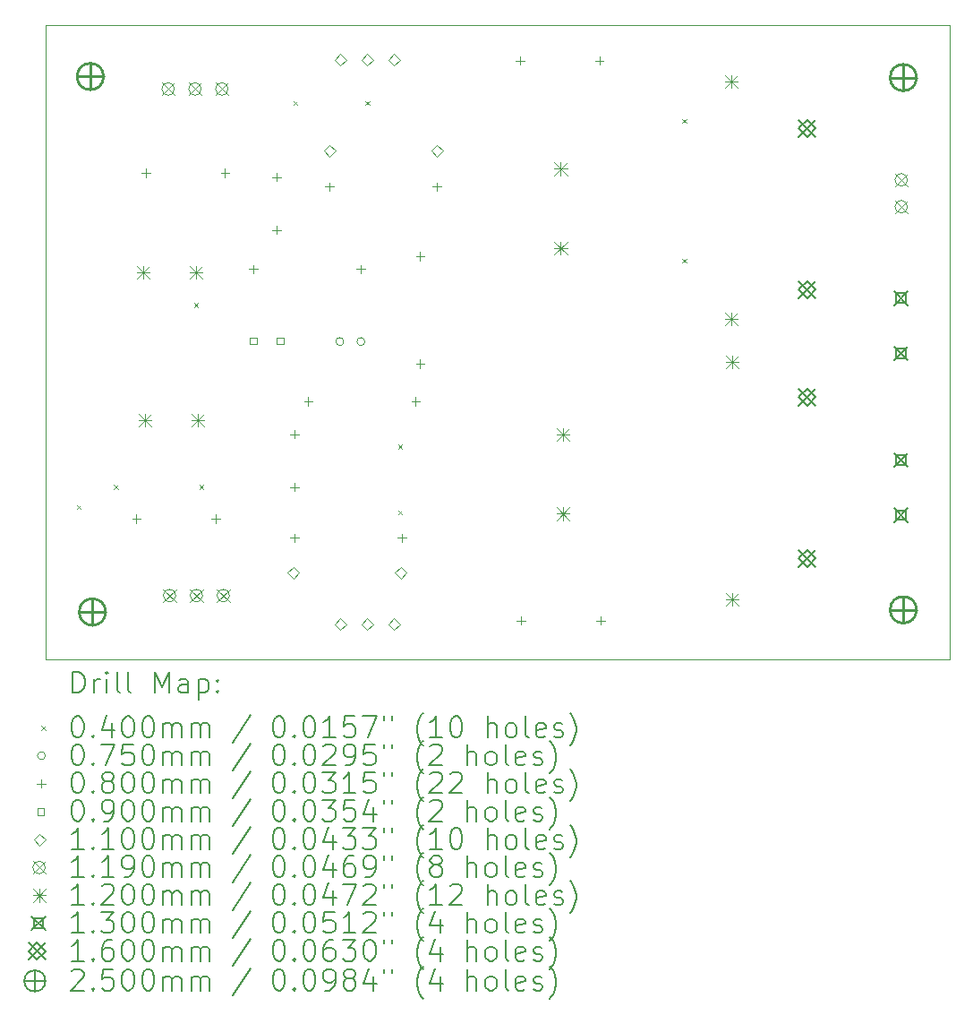
<source format=gbr>
%FSLAX45Y45*%
G04 Gerber Fmt 4.5, Leading zero omitted, Abs format (unit mm)*
G04 Created by KiCad (PCBNEW (6.0.4)) date 2022-05-03 12:05:39*
%MOMM*%
%LPD*%
G01*
G04 APERTURE LIST*
%TA.AperFunction,Profile*%
%ADD10C,0.100000*%
%TD*%
%ADD11C,0.200000*%
%ADD12C,0.040000*%
%ADD13C,0.075000*%
%ADD14C,0.080000*%
%ADD15C,0.090000*%
%ADD16C,0.110000*%
%ADD17C,0.119000*%
%ADD18C,0.120000*%
%ADD19C,0.130000*%
%ADD20C,0.160000*%
%ADD21C,0.250000*%
G04 APERTURE END LIST*
D10*
X7910000Y-6000000D02*
X16460000Y-6000000D01*
X16460000Y-6000000D02*
X16460000Y-12000000D01*
X16460000Y-12000000D02*
X7910000Y-12000000D01*
X7910000Y-12000000D02*
X7910000Y-6000000D01*
D11*
D12*
X8200000Y-10540000D02*
X8240000Y-10580000D01*
X8240000Y-10540000D02*
X8200000Y-10580000D01*
X8550000Y-10350000D02*
X8590000Y-10390000D01*
X8590000Y-10350000D02*
X8550000Y-10390000D01*
X9310000Y-8630000D02*
X9350000Y-8670000D01*
X9350000Y-8630000D02*
X9310000Y-8670000D01*
X9360000Y-10350000D02*
X9400000Y-10390000D01*
X9400000Y-10350000D02*
X9360000Y-10390000D01*
X10250000Y-6720000D02*
X10290000Y-6760000D01*
X10290000Y-6720000D02*
X10250000Y-6760000D01*
X10930000Y-6720000D02*
X10970000Y-6760000D01*
X10970000Y-6720000D02*
X10930000Y-6760000D01*
X11240000Y-9970000D02*
X11280000Y-10010000D01*
X11280000Y-9970000D02*
X11240000Y-10010000D01*
X11240000Y-10590000D02*
X11280000Y-10630000D01*
X11280000Y-10590000D02*
X11240000Y-10630000D01*
X13930000Y-6890000D02*
X13970000Y-6930000D01*
X13970000Y-6890000D02*
X13930000Y-6930000D01*
X13930000Y-8210000D02*
X13970000Y-8250000D01*
X13970000Y-8210000D02*
X13930000Y-8250000D01*
D13*
X10727500Y-8995000D02*
G75*
G03*
X10727500Y-8995000I-37500J0D01*
G01*
X10927500Y-8995000D02*
G75*
G03*
X10927500Y-8995000I-37500J0D01*
G01*
D14*
X8765000Y-10630000D02*
X8765000Y-10710000D01*
X8725000Y-10670000D02*
X8805000Y-10670000D01*
X8855000Y-7360000D02*
X8855000Y-7440000D01*
X8815000Y-7400000D02*
X8895000Y-7400000D01*
X9515000Y-10630000D02*
X9515000Y-10710000D01*
X9475000Y-10670000D02*
X9555000Y-10670000D01*
X9605000Y-7360000D02*
X9605000Y-7440000D01*
X9565000Y-7400000D02*
X9645000Y-7400000D01*
X9872000Y-8270000D02*
X9872000Y-8350000D01*
X9832000Y-8310000D02*
X9912000Y-8310000D01*
X10090000Y-7400000D02*
X10090000Y-7480000D01*
X10050000Y-7440000D02*
X10130000Y-7440000D01*
X10090000Y-7900000D02*
X10090000Y-7980000D01*
X10050000Y-7940000D02*
X10130000Y-7940000D01*
X10260000Y-9830000D02*
X10260000Y-9910000D01*
X10220000Y-9870000D02*
X10300000Y-9870000D01*
X10260000Y-10330000D02*
X10260000Y-10410000D01*
X10220000Y-10370000D02*
X10300000Y-10370000D01*
X10262000Y-10810000D02*
X10262000Y-10890000D01*
X10222000Y-10850000D02*
X10302000Y-10850000D01*
X10392000Y-9520000D02*
X10392000Y-9600000D01*
X10352000Y-9560000D02*
X10432000Y-9560000D01*
X10592000Y-7490000D02*
X10592000Y-7570000D01*
X10552000Y-7530000D02*
X10632000Y-7530000D01*
X10888000Y-8270000D02*
X10888000Y-8350000D01*
X10848000Y-8310000D02*
X10928000Y-8310000D01*
X11278000Y-10810000D02*
X11278000Y-10890000D01*
X11238000Y-10850000D02*
X11318000Y-10850000D01*
X11408000Y-9520000D02*
X11408000Y-9600000D01*
X11368000Y-9560000D02*
X11448000Y-9560000D01*
X11450000Y-8150000D02*
X11450000Y-8230000D01*
X11410000Y-8190000D02*
X11490000Y-8190000D01*
X11450000Y-9166000D02*
X11450000Y-9246000D01*
X11410000Y-9206000D02*
X11490000Y-9206000D01*
X11608000Y-7490000D02*
X11608000Y-7570000D01*
X11568000Y-7530000D02*
X11648000Y-7530000D01*
X12395000Y-6300000D02*
X12395000Y-6380000D01*
X12355000Y-6340000D02*
X12435000Y-6340000D01*
X12405000Y-11590000D02*
X12405000Y-11670000D01*
X12365000Y-11630000D02*
X12445000Y-11630000D01*
X13145000Y-6300000D02*
X13145000Y-6380000D01*
X13105000Y-6340000D02*
X13185000Y-6340000D01*
X13155000Y-11590000D02*
X13155000Y-11670000D01*
X13115000Y-11630000D02*
X13195000Y-11630000D01*
D15*
X9904320Y-9021820D02*
X9904320Y-8958180D01*
X9840680Y-8958180D01*
X9840680Y-9021820D01*
X9904320Y-9021820D01*
X10158320Y-9021820D02*
X10158320Y-8958180D01*
X10094680Y-8958180D01*
X10094680Y-9021820D01*
X10158320Y-9021820D01*
D16*
X10252000Y-11235000D02*
X10307000Y-11180000D01*
X10252000Y-11125000D01*
X10197000Y-11180000D01*
X10252000Y-11235000D01*
X10592000Y-7245000D02*
X10647000Y-7190000D01*
X10592000Y-7135000D01*
X10537000Y-7190000D01*
X10592000Y-7245000D01*
X10696000Y-6385000D02*
X10751000Y-6330000D01*
X10696000Y-6275000D01*
X10641000Y-6330000D01*
X10696000Y-6385000D01*
X10696000Y-11720500D02*
X10751000Y-11665500D01*
X10696000Y-11610500D01*
X10641000Y-11665500D01*
X10696000Y-11720500D01*
X10950000Y-6385000D02*
X11005000Y-6330000D01*
X10950000Y-6275000D01*
X10895000Y-6330000D01*
X10950000Y-6385000D01*
X10950000Y-11720500D02*
X11005000Y-11665500D01*
X10950000Y-11610500D01*
X10895000Y-11665500D01*
X10950000Y-11720500D01*
X11204000Y-6385000D02*
X11259000Y-6330000D01*
X11204000Y-6275000D01*
X11149000Y-6330000D01*
X11204000Y-6385000D01*
X11204000Y-11720500D02*
X11259000Y-11665500D01*
X11204000Y-11610500D01*
X11149000Y-11665500D01*
X11204000Y-11720500D01*
X11268000Y-11235000D02*
X11323000Y-11180000D01*
X11268000Y-11125000D01*
X11213000Y-11180000D01*
X11268000Y-11235000D01*
X11608000Y-7245000D02*
X11663000Y-7190000D01*
X11608000Y-7135000D01*
X11553000Y-7190000D01*
X11608000Y-7245000D01*
D17*
X9006500Y-6548500D02*
X9125500Y-6667500D01*
X9125500Y-6548500D02*
X9006500Y-6667500D01*
X9125500Y-6608000D02*
G75*
G03*
X9125500Y-6608000I-59500J0D01*
G01*
X9020500Y-11335500D02*
X9139500Y-11454500D01*
X9139500Y-11335500D02*
X9020500Y-11454500D01*
X9139500Y-11395000D02*
G75*
G03*
X9139500Y-11395000I-59500J0D01*
G01*
X9260500Y-6548500D02*
X9379500Y-6667500D01*
X9379500Y-6548500D02*
X9260500Y-6667500D01*
X9379500Y-6608000D02*
G75*
G03*
X9379500Y-6608000I-59500J0D01*
G01*
X9274500Y-11335500D02*
X9393500Y-11454500D01*
X9393500Y-11335500D02*
X9274500Y-11454500D01*
X9393500Y-11395000D02*
G75*
G03*
X9393500Y-11395000I-59500J0D01*
G01*
X9514500Y-6548500D02*
X9633500Y-6667500D01*
X9633500Y-6548500D02*
X9514500Y-6667500D01*
X9633500Y-6608000D02*
G75*
G03*
X9633500Y-6608000I-59500J0D01*
G01*
X9528500Y-11335500D02*
X9647500Y-11454500D01*
X9647500Y-11335500D02*
X9528500Y-11454500D01*
X9647500Y-11395000D02*
G75*
G03*
X9647500Y-11395000I-59500J0D01*
G01*
X15940500Y-7406500D02*
X16059500Y-7525500D01*
X16059500Y-7406500D02*
X15940500Y-7525500D01*
X16059500Y-7466000D02*
G75*
G03*
X16059500Y-7466000I-59500J0D01*
G01*
X15940500Y-7660500D02*
X16059500Y-7779500D01*
X16059500Y-7660500D02*
X15940500Y-7779500D01*
X16059500Y-7720000D02*
G75*
G03*
X16059500Y-7720000I-59500J0D01*
G01*
D18*
X8772396Y-8280000D02*
X8892396Y-8400000D01*
X8892396Y-8280000D02*
X8772396Y-8400000D01*
X8832396Y-8280000D02*
X8832396Y-8400000D01*
X8772396Y-8340000D02*
X8892396Y-8340000D01*
X8787604Y-9680000D02*
X8907604Y-9800000D01*
X8907604Y-9680000D02*
X8787604Y-9800000D01*
X8847604Y-9680000D02*
X8847604Y-9800000D01*
X8787604Y-9740000D02*
X8907604Y-9740000D01*
X9272396Y-8280000D02*
X9392396Y-8400000D01*
X9392396Y-8280000D02*
X9272396Y-8400000D01*
X9332396Y-8280000D02*
X9332396Y-8400000D01*
X9272396Y-8340000D02*
X9392396Y-8340000D01*
X9287604Y-9680000D02*
X9407604Y-9800000D01*
X9407604Y-9680000D02*
X9287604Y-9800000D01*
X9347604Y-9680000D02*
X9347604Y-9800000D01*
X9287604Y-9740000D02*
X9407604Y-9740000D01*
X12720000Y-7302222D02*
X12840000Y-7422222D01*
X12840000Y-7302222D02*
X12720000Y-7422222D01*
X12780000Y-7302222D02*
X12780000Y-7422222D01*
X12720000Y-7362222D02*
X12840000Y-7362222D01*
X12720000Y-8052222D02*
X12840000Y-8172222D01*
X12840000Y-8052222D02*
X12720000Y-8172222D01*
X12780000Y-8052222D02*
X12780000Y-8172222D01*
X12720000Y-8112222D02*
X12840000Y-8112222D01*
X12740000Y-9812222D02*
X12860000Y-9932222D01*
X12860000Y-9812222D02*
X12740000Y-9932222D01*
X12800000Y-9812222D02*
X12800000Y-9932222D01*
X12740000Y-9872222D02*
X12860000Y-9872222D01*
X12740000Y-10562222D02*
X12860000Y-10682222D01*
X12860000Y-10562222D02*
X12740000Y-10682222D01*
X12800000Y-10562222D02*
X12800000Y-10682222D01*
X12740000Y-10622222D02*
X12860000Y-10622222D01*
X14330000Y-6480000D02*
X14450000Y-6600000D01*
X14450000Y-6480000D02*
X14330000Y-6600000D01*
X14390000Y-6480000D02*
X14390000Y-6600000D01*
X14330000Y-6540000D02*
X14450000Y-6540000D01*
X14330000Y-8720000D02*
X14450000Y-8840000D01*
X14450000Y-8720000D02*
X14330000Y-8840000D01*
X14390000Y-8720000D02*
X14390000Y-8840000D01*
X14330000Y-8780000D02*
X14450000Y-8780000D01*
X14340000Y-9130000D02*
X14460000Y-9250000D01*
X14460000Y-9130000D02*
X14340000Y-9250000D01*
X14400000Y-9130000D02*
X14400000Y-9250000D01*
X14340000Y-9190000D02*
X14460000Y-9190000D01*
X14340000Y-11370000D02*
X14460000Y-11490000D01*
X14460000Y-11370000D02*
X14340000Y-11490000D01*
X14400000Y-11370000D02*
X14400000Y-11490000D01*
X14340000Y-11430000D02*
X14460000Y-11430000D01*
D19*
X15935000Y-8520000D02*
X16065000Y-8650000D01*
X16065000Y-8520000D02*
X15935000Y-8650000D01*
X16045962Y-8630962D02*
X16045962Y-8539038D01*
X15954038Y-8539038D01*
X15954038Y-8630962D01*
X16045962Y-8630962D01*
X15935000Y-9040000D02*
X16065000Y-9170000D01*
X16065000Y-9040000D02*
X15935000Y-9170000D01*
X16045962Y-9150962D02*
X16045962Y-9059038D01*
X15954038Y-9059038D01*
X15954038Y-9150962D01*
X16045962Y-9150962D01*
X15935000Y-10050000D02*
X16065000Y-10180000D01*
X16065000Y-10050000D02*
X15935000Y-10180000D01*
X16045962Y-10160962D02*
X16045962Y-10069038D01*
X15954038Y-10069038D01*
X15954038Y-10160962D01*
X16045962Y-10160962D01*
X15935000Y-10570000D02*
X16065000Y-10700000D01*
X16065000Y-10570000D02*
X15935000Y-10700000D01*
X16045962Y-10680962D02*
X16045962Y-10589038D01*
X15954038Y-10589038D01*
X15954038Y-10680962D01*
X16045962Y-10680962D01*
D20*
X15030000Y-6898000D02*
X15190000Y-7058000D01*
X15190000Y-6898000D02*
X15030000Y-7058000D01*
X15110000Y-7058000D02*
X15190000Y-6978000D01*
X15110000Y-6898000D01*
X15030000Y-6978000D01*
X15110000Y-7058000D01*
X15030000Y-8422000D02*
X15190000Y-8582000D01*
X15190000Y-8422000D02*
X15030000Y-8582000D01*
X15110000Y-8582000D02*
X15190000Y-8502000D01*
X15110000Y-8422000D01*
X15030000Y-8502000D01*
X15110000Y-8582000D01*
X15030000Y-9438000D02*
X15190000Y-9598000D01*
X15190000Y-9438000D02*
X15030000Y-9598000D01*
X15110000Y-9598000D02*
X15190000Y-9518000D01*
X15110000Y-9438000D01*
X15030000Y-9518000D01*
X15110000Y-9598000D01*
X15030000Y-10962000D02*
X15190000Y-11122000D01*
X15190000Y-10962000D02*
X15030000Y-11122000D01*
X15110000Y-11122000D02*
X15190000Y-11042000D01*
X15110000Y-10962000D01*
X15030000Y-11042000D01*
X15110000Y-11122000D01*
D21*
X8330000Y-6365000D02*
X8330000Y-6615000D01*
X8205000Y-6490000D02*
X8455000Y-6490000D01*
X8455000Y-6490000D02*
G75*
G03*
X8455000Y-6490000I-125000J0D01*
G01*
X8350000Y-11425000D02*
X8350000Y-11675000D01*
X8225000Y-11550000D02*
X8475000Y-11550000D01*
X8475000Y-11550000D02*
G75*
G03*
X8475000Y-11550000I-125000J0D01*
G01*
X16020000Y-6375000D02*
X16020000Y-6625000D01*
X15895000Y-6500000D02*
X16145000Y-6500000D01*
X16145000Y-6500000D02*
G75*
G03*
X16145000Y-6500000I-125000J0D01*
G01*
X16020000Y-11405000D02*
X16020000Y-11655000D01*
X15895000Y-11530000D02*
X16145000Y-11530000D01*
X16145000Y-11530000D02*
G75*
G03*
X16145000Y-11530000I-125000J0D01*
G01*
D11*
X8162619Y-12315476D02*
X8162619Y-12115476D01*
X8210238Y-12115476D01*
X8238809Y-12125000D01*
X8257857Y-12144048D01*
X8267381Y-12163095D01*
X8276905Y-12201190D01*
X8276905Y-12229762D01*
X8267381Y-12267857D01*
X8257857Y-12286905D01*
X8238809Y-12305952D01*
X8210238Y-12315476D01*
X8162619Y-12315476D01*
X8362619Y-12315476D02*
X8362619Y-12182143D01*
X8362619Y-12220238D02*
X8372143Y-12201190D01*
X8381667Y-12191667D01*
X8400714Y-12182143D01*
X8419762Y-12182143D01*
X8486429Y-12315476D02*
X8486429Y-12182143D01*
X8486429Y-12115476D02*
X8476905Y-12125000D01*
X8486429Y-12134524D01*
X8495952Y-12125000D01*
X8486429Y-12115476D01*
X8486429Y-12134524D01*
X8610238Y-12315476D02*
X8591190Y-12305952D01*
X8581667Y-12286905D01*
X8581667Y-12115476D01*
X8715000Y-12315476D02*
X8695952Y-12305952D01*
X8686429Y-12286905D01*
X8686429Y-12115476D01*
X8943571Y-12315476D02*
X8943571Y-12115476D01*
X9010238Y-12258333D01*
X9076905Y-12115476D01*
X9076905Y-12315476D01*
X9257857Y-12315476D02*
X9257857Y-12210714D01*
X9248333Y-12191667D01*
X9229286Y-12182143D01*
X9191190Y-12182143D01*
X9172143Y-12191667D01*
X9257857Y-12305952D02*
X9238810Y-12315476D01*
X9191190Y-12315476D01*
X9172143Y-12305952D01*
X9162619Y-12286905D01*
X9162619Y-12267857D01*
X9172143Y-12248809D01*
X9191190Y-12239286D01*
X9238810Y-12239286D01*
X9257857Y-12229762D01*
X9353095Y-12182143D02*
X9353095Y-12382143D01*
X9353095Y-12191667D02*
X9372143Y-12182143D01*
X9410238Y-12182143D01*
X9429286Y-12191667D01*
X9438810Y-12201190D01*
X9448333Y-12220238D01*
X9448333Y-12277381D01*
X9438810Y-12296428D01*
X9429286Y-12305952D01*
X9410238Y-12315476D01*
X9372143Y-12315476D01*
X9353095Y-12305952D01*
X9534048Y-12296428D02*
X9543571Y-12305952D01*
X9534048Y-12315476D01*
X9524524Y-12305952D01*
X9534048Y-12296428D01*
X9534048Y-12315476D01*
X9534048Y-12191667D02*
X9543571Y-12201190D01*
X9534048Y-12210714D01*
X9524524Y-12201190D01*
X9534048Y-12191667D01*
X9534048Y-12210714D01*
D12*
X7865000Y-12625000D02*
X7905000Y-12665000D01*
X7905000Y-12625000D02*
X7865000Y-12665000D01*
D11*
X8200714Y-12535476D02*
X8219762Y-12535476D01*
X8238809Y-12545000D01*
X8248333Y-12554524D01*
X8257857Y-12573571D01*
X8267381Y-12611667D01*
X8267381Y-12659286D01*
X8257857Y-12697381D01*
X8248333Y-12716428D01*
X8238809Y-12725952D01*
X8219762Y-12735476D01*
X8200714Y-12735476D01*
X8181667Y-12725952D01*
X8172143Y-12716428D01*
X8162619Y-12697381D01*
X8153095Y-12659286D01*
X8153095Y-12611667D01*
X8162619Y-12573571D01*
X8172143Y-12554524D01*
X8181667Y-12545000D01*
X8200714Y-12535476D01*
X8353095Y-12716428D02*
X8362619Y-12725952D01*
X8353095Y-12735476D01*
X8343571Y-12725952D01*
X8353095Y-12716428D01*
X8353095Y-12735476D01*
X8534048Y-12602143D02*
X8534048Y-12735476D01*
X8486429Y-12525952D02*
X8438810Y-12668809D01*
X8562619Y-12668809D01*
X8676905Y-12535476D02*
X8695952Y-12535476D01*
X8715000Y-12545000D01*
X8724524Y-12554524D01*
X8734048Y-12573571D01*
X8743571Y-12611667D01*
X8743571Y-12659286D01*
X8734048Y-12697381D01*
X8724524Y-12716428D01*
X8715000Y-12725952D01*
X8695952Y-12735476D01*
X8676905Y-12735476D01*
X8657857Y-12725952D01*
X8648333Y-12716428D01*
X8638810Y-12697381D01*
X8629286Y-12659286D01*
X8629286Y-12611667D01*
X8638810Y-12573571D01*
X8648333Y-12554524D01*
X8657857Y-12545000D01*
X8676905Y-12535476D01*
X8867381Y-12535476D02*
X8886429Y-12535476D01*
X8905476Y-12545000D01*
X8915000Y-12554524D01*
X8924524Y-12573571D01*
X8934048Y-12611667D01*
X8934048Y-12659286D01*
X8924524Y-12697381D01*
X8915000Y-12716428D01*
X8905476Y-12725952D01*
X8886429Y-12735476D01*
X8867381Y-12735476D01*
X8848333Y-12725952D01*
X8838810Y-12716428D01*
X8829286Y-12697381D01*
X8819762Y-12659286D01*
X8819762Y-12611667D01*
X8829286Y-12573571D01*
X8838810Y-12554524D01*
X8848333Y-12545000D01*
X8867381Y-12535476D01*
X9019762Y-12735476D02*
X9019762Y-12602143D01*
X9019762Y-12621190D02*
X9029286Y-12611667D01*
X9048333Y-12602143D01*
X9076905Y-12602143D01*
X9095952Y-12611667D01*
X9105476Y-12630714D01*
X9105476Y-12735476D01*
X9105476Y-12630714D02*
X9115000Y-12611667D01*
X9134048Y-12602143D01*
X9162619Y-12602143D01*
X9181667Y-12611667D01*
X9191190Y-12630714D01*
X9191190Y-12735476D01*
X9286429Y-12735476D02*
X9286429Y-12602143D01*
X9286429Y-12621190D02*
X9295952Y-12611667D01*
X9315000Y-12602143D01*
X9343571Y-12602143D01*
X9362619Y-12611667D01*
X9372143Y-12630714D01*
X9372143Y-12735476D01*
X9372143Y-12630714D02*
X9381667Y-12611667D01*
X9400714Y-12602143D01*
X9429286Y-12602143D01*
X9448333Y-12611667D01*
X9457857Y-12630714D01*
X9457857Y-12735476D01*
X9848333Y-12525952D02*
X9676905Y-12783095D01*
X10105476Y-12535476D02*
X10124524Y-12535476D01*
X10143571Y-12545000D01*
X10153095Y-12554524D01*
X10162619Y-12573571D01*
X10172143Y-12611667D01*
X10172143Y-12659286D01*
X10162619Y-12697381D01*
X10153095Y-12716428D01*
X10143571Y-12725952D01*
X10124524Y-12735476D01*
X10105476Y-12735476D01*
X10086429Y-12725952D01*
X10076905Y-12716428D01*
X10067381Y-12697381D01*
X10057857Y-12659286D01*
X10057857Y-12611667D01*
X10067381Y-12573571D01*
X10076905Y-12554524D01*
X10086429Y-12545000D01*
X10105476Y-12535476D01*
X10257857Y-12716428D02*
X10267381Y-12725952D01*
X10257857Y-12735476D01*
X10248333Y-12725952D01*
X10257857Y-12716428D01*
X10257857Y-12735476D01*
X10391190Y-12535476D02*
X10410238Y-12535476D01*
X10429286Y-12545000D01*
X10438810Y-12554524D01*
X10448333Y-12573571D01*
X10457857Y-12611667D01*
X10457857Y-12659286D01*
X10448333Y-12697381D01*
X10438810Y-12716428D01*
X10429286Y-12725952D01*
X10410238Y-12735476D01*
X10391190Y-12735476D01*
X10372143Y-12725952D01*
X10362619Y-12716428D01*
X10353095Y-12697381D01*
X10343571Y-12659286D01*
X10343571Y-12611667D01*
X10353095Y-12573571D01*
X10362619Y-12554524D01*
X10372143Y-12545000D01*
X10391190Y-12535476D01*
X10648333Y-12735476D02*
X10534048Y-12735476D01*
X10591190Y-12735476D02*
X10591190Y-12535476D01*
X10572143Y-12564048D01*
X10553095Y-12583095D01*
X10534048Y-12592619D01*
X10829286Y-12535476D02*
X10734048Y-12535476D01*
X10724524Y-12630714D01*
X10734048Y-12621190D01*
X10753095Y-12611667D01*
X10800714Y-12611667D01*
X10819762Y-12621190D01*
X10829286Y-12630714D01*
X10838810Y-12649762D01*
X10838810Y-12697381D01*
X10829286Y-12716428D01*
X10819762Y-12725952D01*
X10800714Y-12735476D01*
X10753095Y-12735476D01*
X10734048Y-12725952D01*
X10724524Y-12716428D01*
X10905476Y-12535476D02*
X11038810Y-12535476D01*
X10953095Y-12735476D01*
X11105476Y-12535476D02*
X11105476Y-12573571D01*
X11181667Y-12535476D02*
X11181667Y-12573571D01*
X11476905Y-12811667D02*
X11467381Y-12802143D01*
X11448333Y-12773571D01*
X11438809Y-12754524D01*
X11429286Y-12725952D01*
X11419762Y-12678333D01*
X11419762Y-12640238D01*
X11429286Y-12592619D01*
X11438809Y-12564048D01*
X11448333Y-12545000D01*
X11467381Y-12516428D01*
X11476905Y-12506905D01*
X11657857Y-12735476D02*
X11543571Y-12735476D01*
X11600714Y-12735476D02*
X11600714Y-12535476D01*
X11581667Y-12564048D01*
X11562619Y-12583095D01*
X11543571Y-12592619D01*
X11781667Y-12535476D02*
X11800714Y-12535476D01*
X11819762Y-12545000D01*
X11829286Y-12554524D01*
X11838809Y-12573571D01*
X11848333Y-12611667D01*
X11848333Y-12659286D01*
X11838809Y-12697381D01*
X11829286Y-12716428D01*
X11819762Y-12725952D01*
X11800714Y-12735476D01*
X11781667Y-12735476D01*
X11762619Y-12725952D01*
X11753095Y-12716428D01*
X11743571Y-12697381D01*
X11734048Y-12659286D01*
X11734048Y-12611667D01*
X11743571Y-12573571D01*
X11753095Y-12554524D01*
X11762619Y-12545000D01*
X11781667Y-12535476D01*
X12086428Y-12735476D02*
X12086428Y-12535476D01*
X12172143Y-12735476D02*
X12172143Y-12630714D01*
X12162619Y-12611667D01*
X12143571Y-12602143D01*
X12115000Y-12602143D01*
X12095952Y-12611667D01*
X12086428Y-12621190D01*
X12295952Y-12735476D02*
X12276905Y-12725952D01*
X12267381Y-12716428D01*
X12257857Y-12697381D01*
X12257857Y-12640238D01*
X12267381Y-12621190D01*
X12276905Y-12611667D01*
X12295952Y-12602143D01*
X12324524Y-12602143D01*
X12343571Y-12611667D01*
X12353095Y-12621190D01*
X12362619Y-12640238D01*
X12362619Y-12697381D01*
X12353095Y-12716428D01*
X12343571Y-12725952D01*
X12324524Y-12735476D01*
X12295952Y-12735476D01*
X12476905Y-12735476D02*
X12457857Y-12725952D01*
X12448333Y-12706905D01*
X12448333Y-12535476D01*
X12629286Y-12725952D02*
X12610238Y-12735476D01*
X12572143Y-12735476D01*
X12553095Y-12725952D01*
X12543571Y-12706905D01*
X12543571Y-12630714D01*
X12553095Y-12611667D01*
X12572143Y-12602143D01*
X12610238Y-12602143D01*
X12629286Y-12611667D01*
X12638809Y-12630714D01*
X12638809Y-12649762D01*
X12543571Y-12668809D01*
X12715000Y-12725952D02*
X12734048Y-12735476D01*
X12772143Y-12735476D01*
X12791190Y-12725952D01*
X12800714Y-12706905D01*
X12800714Y-12697381D01*
X12791190Y-12678333D01*
X12772143Y-12668809D01*
X12743571Y-12668809D01*
X12724524Y-12659286D01*
X12715000Y-12640238D01*
X12715000Y-12630714D01*
X12724524Y-12611667D01*
X12743571Y-12602143D01*
X12772143Y-12602143D01*
X12791190Y-12611667D01*
X12867381Y-12811667D02*
X12876905Y-12802143D01*
X12895952Y-12773571D01*
X12905476Y-12754524D01*
X12915000Y-12725952D01*
X12924524Y-12678333D01*
X12924524Y-12640238D01*
X12915000Y-12592619D01*
X12905476Y-12564048D01*
X12895952Y-12545000D01*
X12876905Y-12516428D01*
X12867381Y-12506905D01*
D13*
X7905000Y-12909000D02*
G75*
G03*
X7905000Y-12909000I-37500J0D01*
G01*
D11*
X8200714Y-12799476D02*
X8219762Y-12799476D01*
X8238809Y-12809000D01*
X8248333Y-12818524D01*
X8257857Y-12837571D01*
X8267381Y-12875667D01*
X8267381Y-12923286D01*
X8257857Y-12961381D01*
X8248333Y-12980428D01*
X8238809Y-12989952D01*
X8219762Y-12999476D01*
X8200714Y-12999476D01*
X8181667Y-12989952D01*
X8172143Y-12980428D01*
X8162619Y-12961381D01*
X8153095Y-12923286D01*
X8153095Y-12875667D01*
X8162619Y-12837571D01*
X8172143Y-12818524D01*
X8181667Y-12809000D01*
X8200714Y-12799476D01*
X8353095Y-12980428D02*
X8362619Y-12989952D01*
X8353095Y-12999476D01*
X8343571Y-12989952D01*
X8353095Y-12980428D01*
X8353095Y-12999476D01*
X8429286Y-12799476D02*
X8562619Y-12799476D01*
X8476905Y-12999476D01*
X8734048Y-12799476D02*
X8638810Y-12799476D01*
X8629286Y-12894714D01*
X8638810Y-12885190D01*
X8657857Y-12875667D01*
X8705476Y-12875667D01*
X8724524Y-12885190D01*
X8734048Y-12894714D01*
X8743571Y-12913762D01*
X8743571Y-12961381D01*
X8734048Y-12980428D01*
X8724524Y-12989952D01*
X8705476Y-12999476D01*
X8657857Y-12999476D01*
X8638810Y-12989952D01*
X8629286Y-12980428D01*
X8867381Y-12799476D02*
X8886429Y-12799476D01*
X8905476Y-12809000D01*
X8915000Y-12818524D01*
X8924524Y-12837571D01*
X8934048Y-12875667D01*
X8934048Y-12923286D01*
X8924524Y-12961381D01*
X8915000Y-12980428D01*
X8905476Y-12989952D01*
X8886429Y-12999476D01*
X8867381Y-12999476D01*
X8848333Y-12989952D01*
X8838810Y-12980428D01*
X8829286Y-12961381D01*
X8819762Y-12923286D01*
X8819762Y-12875667D01*
X8829286Y-12837571D01*
X8838810Y-12818524D01*
X8848333Y-12809000D01*
X8867381Y-12799476D01*
X9019762Y-12999476D02*
X9019762Y-12866143D01*
X9019762Y-12885190D02*
X9029286Y-12875667D01*
X9048333Y-12866143D01*
X9076905Y-12866143D01*
X9095952Y-12875667D01*
X9105476Y-12894714D01*
X9105476Y-12999476D01*
X9105476Y-12894714D02*
X9115000Y-12875667D01*
X9134048Y-12866143D01*
X9162619Y-12866143D01*
X9181667Y-12875667D01*
X9191190Y-12894714D01*
X9191190Y-12999476D01*
X9286429Y-12999476D02*
X9286429Y-12866143D01*
X9286429Y-12885190D02*
X9295952Y-12875667D01*
X9315000Y-12866143D01*
X9343571Y-12866143D01*
X9362619Y-12875667D01*
X9372143Y-12894714D01*
X9372143Y-12999476D01*
X9372143Y-12894714D02*
X9381667Y-12875667D01*
X9400714Y-12866143D01*
X9429286Y-12866143D01*
X9448333Y-12875667D01*
X9457857Y-12894714D01*
X9457857Y-12999476D01*
X9848333Y-12789952D02*
X9676905Y-13047095D01*
X10105476Y-12799476D02*
X10124524Y-12799476D01*
X10143571Y-12809000D01*
X10153095Y-12818524D01*
X10162619Y-12837571D01*
X10172143Y-12875667D01*
X10172143Y-12923286D01*
X10162619Y-12961381D01*
X10153095Y-12980428D01*
X10143571Y-12989952D01*
X10124524Y-12999476D01*
X10105476Y-12999476D01*
X10086429Y-12989952D01*
X10076905Y-12980428D01*
X10067381Y-12961381D01*
X10057857Y-12923286D01*
X10057857Y-12875667D01*
X10067381Y-12837571D01*
X10076905Y-12818524D01*
X10086429Y-12809000D01*
X10105476Y-12799476D01*
X10257857Y-12980428D02*
X10267381Y-12989952D01*
X10257857Y-12999476D01*
X10248333Y-12989952D01*
X10257857Y-12980428D01*
X10257857Y-12999476D01*
X10391190Y-12799476D02*
X10410238Y-12799476D01*
X10429286Y-12809000D01*
X10438810Y-12818524D01*
X10448333Y-12837571D01*
X10457857Y-12875667D01*
X10457857Y-12923286D01*
X10448333Y-12961381D01*
X10438810Y-12980428D01*
X10429286Y-12989952D01*
X10410238Y-12999476D01*
X10391190Y-12999476D01*
X10372143Y-12989952D01*
X10362619Y-12980428D01*
X10353095Y-12961381D01*
X10343571Y-12923286D01*
X10343571Y-12875667D01*
X10353095Y-12837571D01*
X10362619Y-12818524D01*
X10372143Y-12809000D01*
X10391190Y-12799476D01*
X10534048Y-12818524D02*
X10543571Y-12809000D01*
X10562619Y-12799476D01*
X10610238Y-12799476D01*
X10629286Y-12809000D01*
X10638810Y-12818524D01*
X10648333Y-12837571D01*
X10648333Y-12856619D01*
X10638810Y-12885190D01*
X10524524Y-12999476D01*
X10648333Y-12999476D01*
X10743571Y-12999476D02*
X10781667Y-12999476D01*
X10800714Y-12989952D01*
X10810238Y-12980428D01*
X10829286Y-12951857D01*
X10838810Y-12913762D01*
X10838810Y-12837571D01*
X10829286Y-12818524D01*
X10819762Y-12809000D01*
X10800714Y-12799476D01*
X10762619Y-12799476D01*
X10743571Y-12809000D01*
X10734048Y-12818524D01*
X10724524Y-12837571D01*
X10724524Y-12885190D01*
X10734048Y-12904238D01*
X10743571Y-12913762D01*
X10762619Y-12923286D01*
X10800714Y-12923286D01*
X10819762Y-12913762D01*
X10829286Y-12904238D01*
X10838810Y-12885190D01*
X11019762Y-12799476D02*
X10924524Y-12799476D01*
X10915000Y-12894714D01*
X10924524Y-12885190D01*
X10943571Y-12875667D01*
X10991190Y-12875667D01*
X11010238Y-12885190D01*
X11019762Y-12894714D01*
X11029286Y-12913762D01*
X11029286Y-12961381D01*
X11019762Y-12980428D01*
X11010238Y-12989952D01*
X10991190Y-12999476D01*
X10943571Y-12999476D01*
X10924524Y-12989952D01*
X10915000Y-12980428D01*
X11105476Y-12799476D02*
X11105476Y-12837571D01*
X11181667Y-12799476D02*
X11181667Y-12837571D01*
X11476905Y-13075667D02*
X11467381Y-13066143D01*
X11448333Y-13037571D01*
X11438809Y-13018524D01*
X11429286Y-12989952D01*
X11419762Y-12942333D01*
X11419762Y-12904238D01*
X11429286Y-12856619D01*
X11438809Y-12828048D01*
X11448333Y-12809000D01*
X11467381Y-12780428D01*
X11476905Y-12770905D01*
X11543571Y-12818524D02*
X11553095Y-12809000D01*
X11572143Y-12799476D01*
X11619762Y-12799476D01*
X11638809Y-12809000D01*
X11648333Y-12818524D01*
X11657857Y-12837571D01*
X11657857Y-12856619D01*
X11648333Y-12885190D01*
X11534048Y-12999476D01*
X11657857Y-12999476D01*
X11895952Y-12999476D02*
X11895952Y-12799476D01*
X11981667Y-12999476D02*
X11981667Y-12894714D01*
X11972143Y-12875667D01*
X11953095Y-12866143D01*
X11924524Y-12866143D01*
X11905476Y-12875667D01*
X11895952Y-12885190D01*
X12105476Y-12999476D02*
X12086428Y-12989952D01*
X12076905Y-12980428D01*
X12067381Y-12961381D01*
X12067381Y-12904238D01*
X12076905Y-12885190D01*
X12086428Y-12875667D01*
X12105476Y-12866143D01*
X12134048Y-12866143D01*
X12153095Y-12875667D01*
X12162619Y-12885190D01*
X12172143Y-12904238D01*
X12172143Y-12961381D01*
X12162619Y-12980428D01*
X12153095Y-12989952D01*
X12134048Y-12999476D01*
X12105476Y-12999476D01*
X12286428Y-12999476D02*
X12267381Y-12989952D01*
X12257857Y-12970905D01*
X12257857Y-12799476D01*
X12438809Y-12989952D02*
X12419762Y-12999476D01*
X12381667Y-12999476D01*
X12362619Y-12989952D01*
X12353095Y-12970905D01*
X12353095Y-12894714D01*
X12362619Y-12875667D01*
X12381667Y-12866143D01*
X12419762Y-12866143D01*
X12438809Y-12875667D01*
X12448333Y-12894714D01*
X12448333Y-12913762D01*
X12353095Y-12932809D01*
X12524524Y-12989952D02*
X12543571Y-12999476D01*
X12581667Y-12999476D01*
X12600714Y-12989952D01*
X12610238Y-12970905D01*
X12610238Y-12961381D01*
X12600714Y-12942333D01*
X12581667Y-12932809D01*
X12553095Y-12932809D01*
X12534048Y-12923286D01*
X12524524Y-12904238D01*
X12524524Y-12894714D01*
X12534048Y-12875667D01*
X12553095Y-12866143D01*
X12581667Y-12866143D01*
X12600714Y-12875667D01*
X12676905Y-13075667D02*
X12686428Y-13066143D01*
X12705476Y-13037571D01*
X12715000Y-13018524D01*
X12724524Y-12989952D01*
X12734048Y-12942333D01*
X12734048Y-12904238D01*
X12724524Y-12856619D01*
X12715000Y-12828048D01*
X12705476Y-12809000D01*
X12686428Y-12780428D01*
X12676905Y-12770905D01*
D14*
X7865000Y-13133000D02*
X7865000Y-13213000D01*
X7825000Y-13173000D02*
X7905000Y-13173000D01*
D11*
X8200714Y-13063476D02*
X8219762Y-13063476D01*
X8238809Y-13073000D01*
X8248333Y-13082524D01*
X8257857Y-13101571D01*
X8267381Y-13139667D01*
X8267381Y-13187286D01*
X8257857Y-13225381D01*
X8248333Y-13244428D01*
X8238809Y-13253952D01*
X8219762Y-13263476D01*
X8200714Y-13263476D01*
X8181667Y-13253952D01*
X8172143Y-13244428D01*
X8162619Y-13225381D01*
X8153095Y-13187286D01*
X8153095Y-13139667D01*
X8162619Y-13101571D01*
X8172143Y-13082524D01*
X8181667Y-13073000D01*
X8200714Y-13063476D01*
X8353095Y-13244428D02*
X8362619Y-13253952D01*
X8353095Y-13263476D01*
X8343571Y-13253952D01*
X8353095Y-13244428D01*
X8353095Y-13263476D01*
X8476905Y-13149190D02*
X8457857Y-13139667D01*
X8448333Y-13130143D01*
X8438810Y-13111095D01*
X8438810Y-13101571D01*
X8448333Y-13082524D01*
X8457857Y-13073000D01*
X8476905Y-13063476D01*
X8515000Y-13063476D01*
X8534048Y-13073000D01*
X8543571Y-13082524D01*
X8553095Y-13101571D01*
X8553095Y-13111095D01*
X8543571Y-13130143D01*
X8534048Y-13139667D01*
X8515000Y-13149190D01*
X8476905Y-13149190D01*
X8457857Y-13158714D01*
X8448333Y-13168238D01*
X8438810Y-13187286D01*
X8438810Y-13225381D01*
X8448333Y-13244428D01*
X8457857Y-13253952D01*
X8476905Y-13263476D01*
X8515000Y-13263476D01*
X8534048Y-13253952D01*
X8543571Y-13244428D01*
X8553095Y-13225381D01*
X8553095Y-13187286D01*
X8543571Y-13168238D01*
X8534048Y-13158714D01*
X8515000Y-13149190D01*
X8676905Y-13063476D02*
X8695952Y-13063476D01*
X8715000Y-13073000D01*
X8724524Y-13082524D01*
X8734048Y-13101571D01*
X8743571Y-13139667D01*
X8743571Y-13187286D01*
X8734048Y-13225381D01*
X8724524Y-13244428D01*
X8715000Y-13253952D01*
X8695952Y-13263476D01*
X8676905Y-13263476D01*
X8657857Y-13253952D01*
X8648333Y-13244428D01*
X8638810Y-13225381D01*
X8629286Y-13187286D01*
X8629286Y-13139667D01*
X8638810Y-13101571D01*
X8648333Y-13082524D01*
X8657857Y-13073000D01*
X8676905Y-13063476D01*
X8867381Y-13063476D02*
X8886429Y-13063476D01*
X8905476Y-13073000D01*
X8915000Y-13082524D01*
X8924524Y-13101571D01*
X8934048Y-13139667D01*
X8934048Y-13187286D01*
X8924524Y-13225381D01*
X8915000Y-13244428D01*
X8905476Y-13253952D01*
X8886429Y-13263476D01*
X8867381Y-13263476D01*
X8848333Y-13253952D01*
X8838810Y-13244428D01*
X8829286Y-13225381D01*
X8819762Y-13187286D01*
X8819762Y-13139667D01*
X8829286Y-13101571D01*
X8838810Y-13082524D01*
X8848333Y-13073000D01*
X8867381Y-13063476D01*
X9019762Y-13263476D02*
X9019762Y-13130143D01*
X9019762Y-13149190D02*
X9029286Y-13139667D01*
X9048333Y-13130143D01*
X9076905Y-13130143D01*
X9095952Y-13139667D01*
X9105476Y-13158714D01*
X9105476Y-13263476D01*
X9105476Y-13158714D02*
X9115000Y-13139667D01*
X9134048Y-13130143D01*
X9162619Y-13130143D01*
X9181667Y-13139667D01*
X9191190Y-13158714D01*
X9191190Y-13263476D01*
X9286429Y-13263476D02*
X9286429Y-13130143D01*
X9286429Y-13149190D02*
X9295952Y-13139667D01*
X9315000Y-13130143D01*
X9343571Y-13130143D01*
X9362619Y-13139667D01*
X9372143Y-13158714D01*
X9372143Y-13263476D01*
X9372143Y-13158714D02*
X9381667Y-13139667D01*
X9400714Y-13130143D01*
X9429286Y-13130143D01*
X9448333Y-13139667D01*
X9457857Y-13158714D01*
X9457857Y-13263476D01*
X9848333Y-13053952D02*
X9676905Y-13311095D01*
X10105476Y-13063476D02*
X10124524Y-13063476D01*
X10143571Y-13073000D01*
X10153095Y-13082524D01*
X10162619Y-13101571D01*
X10172143Y-13139667D01*
X10172143Y-13187286D01*
X10162619Y-13225381D01*
X10153095Y-13244428D01*
X10143571Y-13253952D01*
X10124524Y-13263476D01*
X10105476Y-13263476D01*
X10086429Y-13253952D01*
X10076905Y-13244428D01*
X10067381Y-13225381D01*
X10057857Y-13187286D01*
X10057857Y-13139667D01*
X10067381Y-13101571D01*
X10076905Y-13082524D01*
X10086429Y-13073000D01*
X10105476Y-13063476D01*
X10257857Y-13244428D02*
X10267381Y-13253952D01*
X10257857Y-13263476D01*
X10248333Y-13253952D01*
X10257857Y-13244428D01*
X10257857Y-13263476D01*
X10391190Y-13063476D02*
X10410238Y-13063476D01*
X10429286Y-13073000D01*
X10438810Y-13082524D01*
X10448333Y-13101571D01*
X10457857Y-13139667D01*
X10457857Y-13187286D01*
X10448333Y-13225381D01*
X10438810Y-13244428D01*
X10429286Y-13253952D01*
X10410238Y-13263476D01*
X10391190Y-13263476D01*
X10372143Y-13253952D01*
X10362619Y-13244428D01*
X10353095Y-13225381D01*
X10343571Y-13187286D01*
X10343571Y-13139667D01*
X10353095Y-13101571D01*
X10362619Y-13082524D01*
X10372143Y-13073000D01*
X10391190Y-13063476D01*
X10524524Y-13063476D02*
X10648333Y-13063476D01*
X10581667Y-13139667D01*
X10610238Y-13139667D01*
X10629286Y-13149190D01*
X10638810Y-13158714D01*
X10648333Y-13177762D01*
X10648333Y-13225381D01*
X10638810Y-13244428D01*
X10629286Y-13253952D01*
X10610238Y-13263476D01*
X10553095Y-13263476D01*
X10534048Y-13253952D01*
X10524524Y-13244428D01*
X10838810Y-13263476D02*
X10724524Y-13263476D01*
X10781667Y-13263476D02*
X10781667Y-13063476D01*
X10762619Y-13092048D01*
X10743571Y-13111095D01*
X10724524Y-13120619D01*
X11019762Y-13063476D02*
X10924524Y-13063476D01*
X10915000Y-13158714D01*
X10924524Y-13149190D01*
X10943571Y-13139667D01*
X10991190Y-13139667D01*
X11010238Y-13149190D01*
X11019762Y-13158714D01*
X11029286Y-13177762D01*
X11029286Y-13225381D01*
X11019762Y-13244428D01*
X11010238Y-13253952D01*
X10991190Y-13263476D01*
X10943571Y-13263476D01*
X10924524Y-13253952D01*
X10915000Y-13244428D01*
X11105476Y-13063476D02*
X11105476Y-13101571D01*
X11181667Y-13063476D02*
X11181667Y-13101571D01*
X11476905Y-13339667D02*
X11467381Y-13330143D01*
X11448333Y-13301571D01*
X11438809Y-13282524D01*
X11429286Y-13253952D01*
X11419762Y-13206333D01*
X11419762Y-13168238D01*
X11429286Y-13120619D01*
X11438809Y-13092048D01*
X11448333Y-13073000D01*
X11467381Y-13044428D01*
X11476905Y-13034905D01*
X11543571Y-13082524D02*
X11553095Y-13073000D01*
X11572143Y-13063476D01*
X11619762Y-13063476D01*
X11638809Y-13073000D01*
X11648333Y-13082524D01*
X11657857Y-13101571D01*
X11657857Y-13120619D01*
X11648333Y-13149190D01*
X11534048Y-13263476D01*
X11657857Y-13263476D01*
X11734048Y-13082524D02*
X11743571Y-13073000D01*
X11762619Y-13063476D01*
X11810238Y-13063476D01*
X11829286Y-13073000D01*
X11838809Y-13082524D01*
X11848333Y-13101571D01*
X11848333Y-13120619D01*
X11838809Y-13149190D01*
X11724524Y-13263476D01*
X11848333Y-13263476D01*
X12086428Y-13263476D02*
X12086428Y-13063476D01*
X12172143Y-13263476D02*
X12172143Y-13158714D01*
X12162619Y-13139667D01*
X12143571Y-13130143D01*
X12115000Y-13130143D01*
X12095952Y-13139667D01*
X12086428Y-13149190D01*
X12295952Y-13263476D02*
X12276905Y-13253952D01*
X12267381Y-13244428D01*
X12257857Y-13225381D01*
X12257857Y-13168238D01*
X12267381Y-13149190D01*
X12276905Y-13139667D01*
X12295952Y-13130143D01*
X12324524Y-13130143D01*
X12343571Y-13139667D01*
X12353095Y-13149190D01*
X12362619Y-13168238D01*
X12362619Y-13225381D01*
X12353095Y-13244428D01*
X12343571Y-13253952D01*
X12324524Y-13263476D01*
X12295952Y-13263476D01*
X12476905Y-13263476D02*
X12457857Y-13253952D01*
X12448333Y-13234905D01*
X12448333Y-13063476D01*
X12629286Y-13253952D02*
X12610238Y-13263476D01*
X12572143Y-13263476D01*
X12553095Y-13253952D01*
X12543571Y-13234905D01*
X12543571Y-13158714D01*
X12553095Y-13139667D01*
X12572143Y-13130143D01*
X12610238Y-13130143D01*
X12629286Y-13139667D01*
X12638809Y-13158714D01*
X12638809Y-13177762D01*
X12543571Y-13196809D01*
X12715000Y-13253952D02*
X12734048Y-13263476D01*
X12772143Y-13263476D01*
X12791190Y-13253952D01*
X12800714Y-13234905D01*
X12800714Y-13225381D01*
X12791190Y-13206333D01*
X12772143Y-13196809D01*
X12743571Y-13196809D01*
X12724524Y-13187286D01*
X12715000Y-13168238D01*
X12715000Y-13158714D01*
X12724524Y-13139667D01*
X12743571Y-13130143D01*
X12772143Y-13130143D01*
X12791190Y-13139667D01*
X12867381Y-13339667D02*
X12876905Y-13330143D01*
X12895952Y-13301571D01*
X12905476Y-13282524D01*
X12915000Y-13253952D01*
X12924524Y-13206333D01*
X12924524Y-13168238D01*
X12915000Y-13120619D01*
X12905476Y-13092048D01*
X12895952Y-13073000D01*
X12876905Y-13044428D01*
X12867381Y-13034905D01*
D15*
X7891820Y-13468820D02*
X7891820Y-13405180D01*
X7828180Y-13405180D01*
X7828180Y-13468820D01*
X7891820Y-13468820D01*
D11*
X8200714Y-13327476D02*
X8219762Y-13327476D01*
X8238809Y-13337000D01*
X8248333Y-13346524D01*
X8257857Y-13365571D01*
X8267381Y-13403667D01*
X8267381Y-13451286D01*
X8257857Y-13489381D01*
X8248333Y-13508428D01*
X8238809Y-13517952D01*
X8219762Y-13527476D01*
X8200714Y-13527476D01*
X8181667Y-13517952D01*
X8172143Y-13508428D01*
X8162619Y-13489381D01*
X8153095Y-13451286D01*
X8153095Y-13403667D01*
X8162619Y-13365571D01*
X8172143Y-13346524D01*
X8181667Y-13337000D01*
X8200714Y-13327476D01*
X8353095Y-13508428D02*
X8362619Y-13517952D01*
X8353095Y-13527476D01*
X8343571Y-13517952D01*
X8353095Y-13508428D01*
X8353095Y-13527476D01*
X8457857Y-13527476D02*
X8495952Y-13527476D01*
X8515000Y-13517952D01*
X8524524Y-13508428D01*
X8543571Y-13479857D01*
X8553095Y-13441762D01*
X8553095Y-13365571D01*
X8543571Y-13346524D01*
X8534048Y-13337000D01*
X8515000Y-13327476D01*
X8476905Y-13327476D01*
X8457857Y-13337000D01*
X8448333Y-13346524D01*
X8438810Y-13365571D01*
X8438810Y-13413190D01*
X8448333Y-13432238D01*
X8457857Y-13441762D01*
X8476905Y-13451286D01*
X8515000Y-13451286D01*
X8534048Y-13441762D01*
X8543571Y-13432238D01*
X8553095Y-13413190D01*
X8676905Y-13327476D02*
X8695952Y-13327476D01*
X8715000Y-13337000D01*
X8724524Y-13346524D01*
X8734048Y-13365571D01*
X8743571Y-13403667D01*
X8743571Y-13451286D01*
X8734048Y-13489381D01*
X8724524Y-13508428D01*
X8715000Y-13517952D01*
X8695952Y-13527476D01*
X8676905Y-13527476D01*
X8657857Y-13517952D01*
X8648333Y-13508428D01*
X8638810Y-13489381D01*
X8629286Y-13451286D01*
X8629286Y-13403667D01*
X8638810Y-13365571D01*
X8648333Y-13346524D01*
X8657857Y-13337000D01*
X8676905Y-13327476D01*
X8867381Y-13327476D02*
X8886429Y-13327476D01*
X8905476Y-13337000D01*
X8915000Y-13346524D01*
X8924524Y-13365571D01*
X8934048Y-13403667D01*
X8934048Y-13451286D01*
X8924524Y-13489381D01*
X8915000Y-13508428D01*
X8905476Y-13517952D01*
X8886429Y-13527476D01*
X8867381Y-13527476D01*
X8848333Y-13517952D01*
X8838810Y-13508428D01*
X8829286Y-13489381D01*
X8819762Y-13451286D01*
X8819762Y-13403667D01*
X8829286Y-13365571D01*
X8838810Y-13346524D01*
X8848333Y-13337000D01*
X8867381Y-13327476D01*
X9019762Y-13527476D02*
X9019762Y-13394143D01*
X9019762Y-13413190D02*
X9029286Y-13403667D01*
X9048333Y-13394143D01*
X9076905Y-13394143D01*
X9095952Y-13403667D01*
X9105476Y-13422714D01*
X9105476Y-13527476D01*
X9105476Y-13422714D02*
X9115000Y-13403667D01*
X9134048Y-13394143D01*
X9162619Y-13394143D01*
X9181667Y-13403667D01*
X9191190Y-13422714D01*
X9191190Y-13527476D01*
X9286429Y-13527476D02*
X9286429Y-13394143D01*
X9286429Y-13413190D02*
X9295952Y-13403667D01*
X9315000Y-13394143D01*
X9343571Y-13394143D01*
X9362619Y-13403667D01*
X9372143Y-13422714D01*
X9372143Y-13527476D01*
X9372143Y-13422714D02*
X9381667Y-13403667D01*
X9400714Y-13394143D01*
X9429286Y-13394143D01*
X9448333Y-13403667D01*
X9457857Y-13422714D01*
X9457857Y-13527476D01*
X9848333Y-13317952D02*
X9676905Y-13575095D01*
X10105476Y-13327476D02*
X10124524Y-13327476D01*
X10143571Y-13337000D01*
X10153095Y-13346524D01*
X10162619Y-13365571D01*
X10172143Y-13403667D01*
X10172143Y-13451286D01*
X10162619Y-13489381D01*
X10153095Y-13508428D01*
X10143571Y-13517952D01*
X10124524Y-13527476D01*
X10105476Y-13527476D01*
X10086429Y-13517952D01*
X10076905Y-13508428D01*
X10067381Y-13489381D01*
X10057857Y-13451286D01*
X10057857Y-13403667D01*
X10067381Y-13365571D01*
X10076905Y-13346524D01*
X10086429Y-13337000D01*
X10105476Y-13327476D01*
X10257857Y-13508428D02*
X10267381Y-13517952D01*
X10257857Y-13527476D01*
X10248333Y-13517952D01*
X10257857Y-13508428D01*
X10257857Y-13527476D01*
X10391190Y-13327476D02*
X10410238Y-13327476D01*
X10429286Y-13337000D01*
X10438810Y-13346524D01*
X10448333Y-13365571D01*
X10457857Y-13403667D01*
X10457857Y-13451286D01*
X10448333Y-13489381D01*
X10438810Y-13508428D01*
X10429286Y-13517952D01*
X10410238Y-13527476D01*
X10391190Y-13527476D01*
X10372143Y-13517952D01*
X10362619Y-13508428D01*
X10353095Y-13489381D01*
X10343571Y-13451286D01*
X10343571Y-13403667D01*
X10353095Y-13365571D01*
X10362619Y-13346524D01*
X10372143Y-13337000D01*
X10391190Y-13327476D01*
X10524524Y-13327476D02*
X10648333Y-13327476D01*
X10581667Y-13403667D01*
X10610238Y-13403667D01*
X10629286Y-13413190D01*
X10638810Y-13422714D01*
X10648333Y-13441762D01*
X10648333Y-13489381D01*
X10638810Y-13508428D01*
X10629286Y-13517952D01*
X10610238Y-13527476D01*
X10553095Y-13527476D01*
X10534048Y-13517952D01*
X10524524Y-13508428D01*
X10829286Y-13327476D02*
X10734048Y-13327476D01*
X10724524Y-13422714D01*
X10734048Y-13413190D01*
X10753095Y-13403667D01*
X10800714Y-13403667D01*
X10819762Y-13413190D01*
X10829286Y-13422714D01*
X10838810Y-13441762D01*
X10838810Y-13489381D01*
X10829286Y-13508428D01*
X10819762Y-13517952D01*
X10800714Y-13527476D01*
X10753095Y-13527476D01*
X10734048Y-13517952D01*
X10724524Y-13508428D01*
X11010238Y-13394143D02*
X11010238Y-13527476D01*
X10962619Y-13317952D02*
X10915000Y-13460809D01*
X11038810Y-13460809D01*
X11105476Y-13327476D02*
X11105476Y-13365571D01*
X11181667Y-13327476D02*
X11181667Y-13365571D01*
X11476905Y-13603667D02*
X11467381Y-13594143D01*
X11448333Y-13565571D01*
X11438809Y-13546524D01*
X11429286Y-13517952D01*
X11419762Y-13470333D01*
X11419762Y-13432238D01*
X11429286Y-13384619D01*
X11438809Y-13356048D01*
X11448333Y-13337000D01*
X11467381Y-13308428D01*
X11476905Y-13298905D01*
X11543571Y-13346524D02*
X11553095Y-13337000D01*
X11572143Y-13327476D01*
X11619762Y-13327476D01*
X11638809Y-13337000D01*
X11648333Y-13346524D01*
X11657857Y-13365571D01*
X11657857Y-13384619D01*
X11648333Y-13413190D01*
X11534048Y-13527476D01*
X11657857Y-13527476D01*
X11895952Y-13527476D02*
X11895952Y-13327476D01*
X11981667Y-13527476D02*
X11981667Y-13422714D01*
X11972143Y-13403667D01*
X11953095Y-13394143D01*
X11924524Y-13394143D01*
X11905476Y-13403667D01*
X11895952Y-13413190D01*
X12105476Y-13527476D02*
X12086428Y-13517952D01*
X12076905Y-13508428D01*
X12067381Y-13489381D01*
X12067381Y-13432238D01*
X12076905Y-13413190D01*
X12086428Y-13403667D01*
X12105476Y-13394143D01*
X12134048Y-13394143D01*
X12153095Y-13403667D01*
X12162619Y-13413190D01*
X12172143Y-13432238D01*
X12172143Y-13489381D01*
X12162619Y-13508428D01*
X12153095Y-13517952D01*
X12134048Y-13527476D01*
X12105476Y-13527476D01*
X12286428Y-13527476D02*
X12267381Y-13517952D01*
X12257857Y-13498905D01*
X12257857Y-13327476D01*
X12438809Y-13517952D02*
X12419762Y-13527476D01*
X12381667Y-13527476D01*
X12362619Y-13517952D01*
X12353095Y-13498905D01*
X12353095Y-13422714D01*
X12362619Y-13403667D01*
X12381667Y-13394143D01*
X12419762Y-13394143D01*
X12438809Y-13403667D01*
X12448333Y-13422714D01*
X12448333Y-13441762D01*
X12353095Y-13460809D01*
X12524524Y-13517952D02*
X12543571Y-13527476D01*
X12581667Y-13527476D01*
X12600714Y-13517952D01*
X12610238Y-13498905D01*
X12610238Y-13489381D01*
X12600714Y-13470333D01*
X12581667Y-13460809D01*
X12553095Y-13460809D01*
X12534048Y-13451286D01*
X12524524Y-13432238D01*
X12524524Y-13422714D01*
X12534048Y-13403667D01*
X12553095Y-13394143D01*
X12581667Y-13394143D01*
X12600714Y-13403667D01*
X12676905Y-13603667D02*
X12686428Y-13594143D01*
X12705476Y-13565571D01*
X12715000Y-13546524D01*
X12724524Y-13517952D01*
X12734048Y-13470333D01*
X12734048Y-13432238D01*
X12724524Y-13384619D01*
X12715000Y-13356048D01*
X12705476Y-13337000D01*
X12686428Y-13308428D01*
X12676905Y-13298905D01*
D16*
X7850000Y-13756000D02*
X7905000Y-13701000D01*
X7850000Y-13646000D01*
X7795000Y-13701000D01*
X7850000Y-13756000D01*
D11*
X8267381Y-13791476D02*
X8153095Y-13791476D01*
X8210238Y-13791476D02*
X8210238Y-13591476D01*
X8191190Y-13620048D01*
X8172143Y-13639095D01*
X8153095Y-13648619D01*
X8353095Y-13772428D02*
X8362619Y-13781952D01*
X8353095Y-13791476D01*
X8343571Y-13781952D01*
X8353095Y-13772428D01*
X8353095Y-13791476D01*
X8553095Y-13791476D02*
X8438810Y-13791476D01*
X8495952Y-13791476D02*
X8495952Y-13591476D01*
X8476905Y-13620048D01*
X8457857Y-13639095D01*
X8438810Y-13648619D01*
X8676905Y-13591476D02*
X8695952Y-13591476D01*
X8715000Y-13601000D01*
X8724524Y-13610524D01*
X8734048Y-13629571D01*
X8743571Y-13667667D01*
X8743571Y-13715286D01*
X8734048Y-13753381D01*
X8724524Y-13772428D01*
X8715000Y-13781952D01*
X8695952Y-13791476D01*
X8676905Y-13791476D01*
X8657857Y-13781952D01*
X8648333Y-13772428D01*
X8638810Y-13753381D01*
X8629286Y-13715286D01*
X8629286Y-13667667D01*
X8638810Y-13629571D01*
X8648333Y-13610524D01*
X8657857Y-13601000D01*
X8676905Y-13591476D01*
X8867381Y-13591476D02*
X8886429Y-13591476D01*
X8905476Y-13601000D01*
X8915000Y-13610524D01*
X8924524Y-13629571D01*
X8934048Y-13667667D01*
X8934048Y-13715286D01*
X8924524Y-13753381D01*
X8915000Y-13772428D01*
X8905476Y-13781952D01*
X8886429Y-13791476D01*
X8867381Y-13791476D01*
X8848333Y-13781952D01*
X8838810Y-13772428D01*
X8829286Y-13753381D01*
X8819762Y-13715286D01*
X8819762Y-13667667D01*
X8829286Y-13629571D01*
X8838810Y-13610524D01*
X8848333Y-13601000D01*
X8867381Y-13591476D01*
X9019762Y-13791476D02*
X9019762Y-13658143D01*
X9019762Y-13677190D02*
X9029286Y-13667667D01*
X9048333Y-13658143D01*
X9076905Y-13658143D01*
X9095952Y-13667667D01*
X9105476Y-13686714D01*
X9105476Y-13791476D01*
X9105476Y-13686714D02*
X9115000Y-13667667D01*
X9134048Y-13658143D01*
X9162619Y-13658143D01*
X9181667Y-13667667D01*
X9191190Y-13686714D01*
X9191190Y-13791476D01*
X9286429Y-13791476D02*
X9286429Y-13658143D01*
X9286429Y-13677190D02*
X9295952Y-13667667D01*
X9315000Y-13658143D01*
X9343571Y-13658143D01*
X9362619Y-13667667D01*
X9372143Y-13686714D01*
X9372143Y-13791476D01*
X9372143Y-13686714D02*
X9381667Y-13667667D01*
X9400714Y-13658143D01*
X9429286Y-13658143D01*
X9448333Y-13667667D01*
X9457857Y-13686714D01*
X9457857Y-13791476D01*
X9848333Y-13581952D02*
X9676905Y-13839095D01*
X10105476Y-13591476D02*
X10124524Y-13591476D01*
X10143571Y-13601000D01*
X10153095Y-13610524D01*
X10162619Y-13629571D01*
X10172143Y-13667667D01*
X10172143Y-13715286D01*
X10162619Y-13753381D01*
X10153095Y-13772428D01*
X10143571Y-13781952D01*
X10124524Y-13791476D01*
X10105476Y-13791476D01*
X10086429Y-13781952D01*
X10076905Y-13772428D01*
X10067381Y-13753381D01*
X10057857Y-13715286D01*
X10057857Y-13667667D01*
X10067381Y-13629571D01*
X10076905Y-13610524D01*
X10086429Y-13601000D01*
X10105476Y-13591476D01*
X10257857Y-13772428D02*
X10267381Y-13781952D01*
X10257857Y-13791476D01*
X10248333Y-13781952D01*
X10257857Y-13772428D01*
X10257857Y-13791476D01*
X10391190Y-13591476D02*
X10410238Y-13591476D01*
X10429286Y-13601000D01*
X10438810Y-13610524D01*
X10448333Y-13629571D01*
X10457857Y-13667667D01*
X10457857Y-13715286D01*
X10448333Y-13753381D01*
X10438810Y-13772428D01*
X10429286Y-13781952D01*
X10410238Y-13791476D01*
X10391190Y-13791476D01*
X10372143Y-13781952D01*
X10362619Y-13772428D01*
X10353095Y-13753381D01*
X10343571Y-13715286D01*
X10343571Y-13667667D01*
X10353095Y-13629571D01*
X10362619Y-13610524D01*
X10372143Y-13601000D01*
X10391190Y-13591476D01*
X10629286Y-13658143D02*
X10629286Y-13791476D01*
X10581667Y-13581952D02*
X10534048Y-13724809D01*
X10657857Y-13724809D01*
X10715000Y-13591476D02*
X10838810Y-13591476D01*
X10772143Y-13667667D01*
X10800714Y-13667667D01*
X10819762Y-13677190D01*
X10829286Y-13686714D01*
X10838810Y-13705762D01*
X10838810Y-13753381D01*
X10829286Y-13772428D01*
X10819762Y-13781952D01*
X10800714Y-13791476D01*
X10743571Y-13791476D01*
X10724524Y-13781952D01*
X10715000Y-13772428D01*
X10905476Y-13591476D02*
X11029286Y-13591476D01*
X10962619Y-13667667D01*
X10991190Y-13667667D01*
X11010238Y-13677190D01*
X11019762Y-13686714D01*
X11029286Y-13705762D01*
X11029286Y-13753381D01*
X11019762Y-13772428D01*
X11010238Y-13781952D01*
X10991190Y-13791476D01*
X10934048Y-13791476D01*
X10915000Y-13781952D01*
X10905476Y-13772428D01*
X11105476Y-13591476D02*
X11105476Y-13629571D01*
X11181667Y-13591476D02*
X11181667Y-13629571D01*
X11476905Y-13867667D02*
X11467381Y-13858143D01*
X11448333Y-13829571D01*
X11438809Y-13810524D01*
X11429286Y-13781952D01*
X11419762Y-13734333D01*
X11419762Y-13696238D01*
X11429286Y-13648619D01*
X11438809Y-13620048D01*
X11448333Y-13601000D01*
X11467381Y-13572428D01*
X11476905Y-13562905D01*
X11657857Y-13791476D02*
X11543571Y-13791476D01*
X11600714Y-13791476D02*
X11600714Y-13591476D01*
X11581667Y-13620048D01*
X11562619Y-13639095D01*
X11543571Y-13648619D01*
X11781667Y-13591476D02*
X11800714Y-13591476D01*
X11819762Y-13601000D01*
X11829286Y-13610524D01*
X11838809Y-13629571D01*
X11848333Y-13667667D01*
X11848333Y-13715286D01*
X11838809Y-13753381D01*
X11829286Y-13772428D01*
X11819762Y-13781952D01*
X11800714Y-13791476D01*
X11781667Y-13791476D01*
X11762619Y-13781952D01*
X11753095Y-13772428D01*
X11743571Y-13753381D01*
X11734048Y-13715286D01*
X11734048Y-13667667D01*
X11743571Y-13629571D01*
X11753095Y-13610524D01*
X11762619Y-13601000D01*
X11781667Y-13591476D01*
X12086428Y-13791476D02*
X12086428Y-13591476D01*
X12172143Y-13791476D02*
X12172143Y-13686714D01*
X12162619Y-13667667D01*
X12143571Y-13658143D01*
X12115000Y-13658143D01*
X12095952Y-13667667D01*
X12086428Y-13677190D01*
X12295952Y-13791476D02*
X12276905Y-13781952D01*
X12267381Y-13772428D01*
X12257857Y-13753381D01*
X12257857Y-13696238D01*
X12267381Y-13677190D01*
X12276905Y-13667667D01*
X12295952Y-13658143D01*
X12324524Y-13658143D01*
X12343571Y-13667667D01*
X12353095Y-13677190D01*
X12362619Y-13696238D01*
X12362619Y-13753381D01*
X12353095Y-13772428D01*
X12343571Y-13781952D01*
X12324524Y-13791476D01*
X12295952Y-13791476D01*
X12476905Y-13791476D02*
X12457857Y-13781952D01*
X12448333Y-13762905D01*
X12448333Y-13591476D01*
X12629286Y-13781952D02*
X12610238Y-13791476D01*
X12572143Y-13791476D01*
X12553095Y-13781952D01*
X12543571Y-13762905D01*
X12543571Y-13686714D01*
X12553095Y-13667667D01*
X12572143Y-13658143D01*
X12610238Y-13658143D01*
X12629286Y-13667667D01*
X12638809Y-13686714D01*
X12638809Y-13705762D01*
X12543571Y-13724809D01*
X12715000Y-13781952D02*
X12734048Y-13791476D01*
X12772143Y-13791476D01*
X12791190Y-13781952D01*
X12800714Y-13762905D01*
X12800714Y-13753381D01*
X12791190Y-13734333D01*
X12772143Y-13724809D01*
X12743571Y-13724809D01*
X12724524Y-13715286D01*
X12715000Y-13696238D01*
X12715000Y-13686714D01*
X12724524Y-13667667D01*
X12743571Y-13658143D01*
X12772143Y-13658143D01*
X12791190Y-13667667D01*
X12867381Y-13867667D02*
X12876905Y-13858143D01*
X12895952Y-13829571D01*
X12905476Y-13810524D01*
X12915000Y-13781952D01*
X12924524Y-13734333D01*
X12924524Y-13696238D01*
X12915000Y-13648619D01*
X12905476Y-13620048D01*
X12895952Y-13601000D01*
X12876905Y-13572428D01*
X12867381Y-13562905D01*
D17*
X7786000Y-13905500D02*
X7905000Y-14024500D01*
X7905000Y-13905500D02*
X7786000Y-14024500D01*
X7905000Y-13965000D02*
G75*
G03*
X7905000Y-13965000I-59500J0D01*
G01*
D11*
X8267381Y-14055476D02*
X8153095Y-14055476D01*
X8210238Y-14055476D02*
X8210238Y-13855476D01*
X8191190Y-13884048D01*
X8172143Y-13903095D01*
X8153095Y-13912619D01*
X8353095Y-14036428D02*
X8362619Y-14045952D01*
X8353095Y-14055476D01*
X8343571Y-14045952D01*
X8353095Y-14036428D01*
X8353095Y-14055476D01*
X8553095Y-14055476D02*
X8438810Y-14055476D01*
X8495952Y-14055476D02*
X8495952Y-13855476D01*
X8476905Y-13884048D01*
X8457857Y-13903095D01*
X8438810Y-13912619D01*
X8648333Y-14055476D02*
X8686429Y-14055476D01*
X8705476Y-14045952D01*
X8715000Y-14036428D01*
X8734048Y-14007857D01*
X8743571Y-13969762D01*
X8743571Y-13893571D01*
X8734048Y-13874524D01*
X8724524Y-13865000D01*
X8705476Y-13855476D01*
X8667381Y-13855476D01*
X8648333Y-13865000D01*
X8638810Y-13874524D01*
X8629286Y-13893571D01*
X8629286Y-13941190D01*
X8638810Y-13960238D01*
X8648333Y-13969762D01*
X8667381Y-13979286D01*
X8705476Y-13979286D01*
X8724524Y-13969762D01*
X8734048Y-13960238D01*
X8743571Y-13941190D01*
X8867381Y-13855476D02*
X8886429Y-13855476D01*
X8905476Y-13865000D01*
X8915000Y-13874524D01*
X8924524Y-13893571D01*
X8934048Y-13931667D01*
X8934048Y-13979286D01*
X8924524Y-14017381D01*
X8915000Y-14036428D01*
X8905476Y-14045952D01*
X8886429Y-14055476D01*
X8867381Y-14055476D01*
X8848333Y-14045952D01*
X8838810Y-14036428D01*
X8829286Y-14017381D01*
X8819762Y-13979286D01*
X8819762Y-13931667D01*
X8829286Y-13893571D01*
X8838810Y-13874524D01*
X8848333Y-13865000D01*
X8867381Y-13855476D01*
X9019762Y-14055476D02*
X9019762Y-13922143D01*
X9019762Y-13941190D02*
X9029286Y-13931667D01*
X9048333Y-13922143D01*
X9076905Y-13922143D01*
X9095952Y-13931667D01*
X9105476Y-13950714D01*
X9105476Y-14055476D01*
X9105476Y-13950714D02*
X9115000Y-13931667D01*
X9134048Y-13922143D01*
X9162619Y-13922143D01*
X9181667Y-13931667D01*
X9191190Y-13950714D01*
X9191190Y-14055476D01*
X9286429Y-14055476D02*
X9286429Y-13922143D01*
X9286429Y-13941190D02*
X9295952Y-13931667D01*
X9315000Y-13922143D01*
X9343571Y-13922143D01*
X9362619Y-13931667D01*
X9372143Y-13950714D01*
X9372143Y-14055476D01*
X9372143Y-13950714D02*
X9381667Y-13931667D01*
X9400714Y-13922143D01*
X9429286Y-13922143D01*
X9448333Y-13931667D01*
X9457857Y-13950714D01*
X9457857Y-14055476D01*
X9848333Y-13845952D02*
X9676905Y-14103095D01*
X10105476Y-13855476D02*
X10124524Y-13855476D01*
X10143571Y-13865000D01*
X10153095Y-13874524D01*
X10162619Y-13893571D01*
X10172143Y-13931667D01*
X10172143Y-13979286D01*
X10162619Y-14017381D01*
X10153095Y-14036428D01*
X10143571Y-14045952D01*
X10124524Y-14055476D01*
X10105476Y-14055476D01*
X10086429Y-14045952D01*
X10076905Y-14036428D01*
X10067381Y-14017381D01*
X10057857Y-13979286D01*
X10057857Y-13931667D01*
X10067381Y-13893571D01*
X10076905Y-13874524D01*
X10086429Y-13865000D01*
X10105476Y-13855476D01*
X10257857Y-14036428D02*
X10267381Y-14045952D01*
X10257857Y-14055476D01*
X10248333Y-14045952D01*
X10257857Y-14036428D01*
X10257857Y-14055476D01*
X10391190Y-13855476D02*
X10410238Y-13855476D01*
X10429286Y-13865000D01*
X10438810Y-13874524D01*
X10448333Y-13893571D01*
X10457857Y-13931667D01*
X10457857Y-13979286D01*
X10448333Y-14017381D01*
X10438810Y-14036428D01*
X10429286Y-14045952D01*
X10410238Y-14055476D01*
X10391190Y-14055476D01*
X10372143Y-14045952D01*
X10362619Y-14036428D01*
X10353095Y-14017381D01*
X10343571Y-13979286D01*
X10343571Y-13931667D01*
X10353095Y-13893571D01*
X10362619Y-13874524D01*
X10372143Y-13865000D01*
X10391190Y-13855476D01*
X10629286Y-13922143D02*
X10629286Y-14055476D01*
X10581667Y-13845952D02*
X10534048Y-13988809D01*
X10657857Y-13988809D01*
X10819762Y-13855476D02*
X10781667Y-13855476D01*
X10762619Y-13865000D01*
X10753095Y-13874524D01*
X10734048Y-13903095D01*
X10724524Y-13941190D01*
X10724524Y-14017381D01*
X10734048Y-14036428D01*
X10743571Y-14045952D01*
X10762619Y-14055476D01*
X10800714Y-14055476D01*
X10819762Y-14045952D01*
X10829286Y-14036428D01*
X10838810Y-14017381D01*
X10838810Y-13969762D01*
X10829286Y-13950714D01*
X10819762Y-13941190D01*
X10800714Y-13931667D01*
X10762619Y-13931667D01*
X10743571Y-13941190D01*
X10734048Y-13950714D01*
X10724524Y-13969762D01*
X10934048Y-14055476D02*
X10972143Y-14055476D01*
X10991190Y-14045952D01*
X11000714Y-14036428D01*
X11019762Y-14007857D01*
X11029286Y-13969762D01*
X11029286Y-13893571D01*
X11019762Y-13874524D01*
X11010238Y-13865000D01*
X10991190Y-13855476D01*
X10953095Y-13855476D01*
X10934048Y-13865000D01*
X10924524Y-13874524D01*
X10915000Y-13893571D01*
X10915000Y-13941190D01*
X10924524Y-13960238D01*
X10934048Y-13969762D01*
X10953095Y-13979286D01*
X10991190Y-13979286D01*
X11010238Y-13969762D01*
X11019762Y-13960238D01*
X11029286Y-13941190D01*
X11105476Y-13855476D02*
X11105476Y-13893571D01*
X11181667Y-13855476D02*
X11181667Y-13893571D01*
X11476905Y-14131667D02*
X11467381Y-14122143D01*
X11448333Y-14093571D01*
X11438809Y-14074524D01*
X11429286Y-14045952D01*
X11419762Y-13998333D01*
X11419762Y-13960238D01*
X11429286Y-13912619D01*
X11438809Y-13884048D01*
X11448333Y-13865000D01*
X11467381Y-13836428D01*
X11476905Y-13826905D01*
X11581667Y-13941190D02*
X11562619Y-13931667D01*
X11553095Y-13922143D01*
X11543571Y-13903095D01*
X11543571Y-13893571D01*
X11553095Y-13874524D01*
X11562619Y-13865000D01*
X11581667Y-13855476D01*
X11619762Y-13855476D01*
X11638809Y-13865000D01*
X11648333Y-13874524D01*
X11657857Y-13893571D01*
X11657857Y-13903095D01*
X11648333Y-13922143D01*
X11638809Y-13931667D01*
X11619762Y-13941190D01*
X11581667Y-13941190D01*
X11562619Y-13950714D01*
X11553095Y-13960238D01*
X11543571Y-13979286D01*
X11543571Y-14017381D01*
X11553095Y-14036428D01*
X11562619Y-14045952D01*
X11581667Y-14055476D01*
X11619762Y-14055476D01*
X11638809Y-14045952D01*
X11648333Y-14036428D01*
X11657857Y-14017381D01*
X11657857Y-13979286D01*
X11648333Y-13960238D01*
X11638809Y-13950714D01*
X11619762Y-13941190D01*
X11895952Y-14055476D02*
X11895952Y-13855476D01*
X11981667Y-14055476D02*
X11981667Y-13950714D01*
X11972143Y-13931667D01*
X11953095Y-13922143D01*
X11924524Y-13922143D01*
X11905476Y-13931667D01*
X11895952Y-13941190D01*
X12105476Y-14055476D02*
X12086428Y-14045952D01*
X12076905Y-14036428D01*
X12067381Y-14017381D01*
X12067381Y-13960238D01*
X12076905Y-13941190D01*
X12086428Y-13931667D01*
X12105476Y-13922143D01*
X12134048Y-13922143D01*
X12153095Y-13931667D01*
X12162619Y-13941190D01*
X12172143Y-13960238D01*
X12172143Y-14017381D01*
X12162619Y-14036428D01*
X12153095Y-14045952D01*
X12134048Y-14055476D01*
X12105476Y-14055476D01*
X12286428Y-14055476D02*
X12267381Y-14045952D01*
X12257857Y-14026905D01*
X12257857Y-13855476D01*
X12438809Y-14045952D02*
X12419762Y-14055476D01*
X12381667Y-14055476D01*
X12362619Y-14045952D01*
X12353095Y-14026905D01*
X12353095Y-13950714D01*
X12362619Y-13931667D01*
X12381667Y-13922143D01*
X12419762Y-13922143D01*
X12438809Y-13931667D01*
X12448333Y-13950714D01*
X12448333Y-13969762D01*
X12353095Y-13988809D01*
X12524524Y-14045952D02*
X12543571Y-14055476D01*
X12581667Y-14055476D01*
X12600714Y-14045952D01*
X12610238Y-14026905D01*
X12610238Y-14017381D01*
X12600714Y-13998333D01*
X12581667Y-13988809D01*
X12553095Y-13988809D01*
X12534048Y-13979286D01*
X12524524Y-13960238D01*
X12524524Y-13950714D01*
X12534048Y-13931667D01*
X12553095Y-13922143D01*
X12581667Y-13922143D01*
X12600714Y-13931667D01*
X12676905Y-14131667D02*
X12686428Y-14122143D01*
X12705476Y-14093571D01*
X12715000Y-14074524D01*
X12724524Y-14045952D01*
X12734048Y-13998333D01*
X12734048Y-13960238D01*
X12724524Y-13912619D01*
X12715000Y-13884048D01*
X12705476Y-13865000D01*
X12686428Y-13836428D01*
X12676905Y-13826905D01*
D18*
X7785000Y-14169000D02*
X7905000Y-14289000D01*
X7905000Y-14169000D02*
X7785000Y-14289000D01*
X7845000Y-14169000D02*
X7845000Y-14289000D01*
X7785000Y-14229000D02*
X7905000Y-14229000D01*
D11*
X8267381Y-14319476D02*
X8153095Y-14319476D01*
X8210238Y-14319476D02*
X8210238Y-14119476D01*
X8191190Y-14148048D01*
X8172143Y-14167095D01*
X8153095Y-14176619D01*
X8353095Y-14300428D02*
X8362619Y-14309952D01*
X8353095Y-14319476D01*
X8343571Y-14309952D01*
X8353095Y-14300428D01*
X8353095Y-14319476D01*
X8438810Y-14138524D02*
X8448333Y-14129000D01*
X8467381Y-14119476D01*
X8515000Y-14119476D01*
X8534048Y-14129000D01*
X8543571Y-14138524D01*
X8553095Y-14157571D01*
X8553095Y-14176619D01*
X8543571Y-14205190D01*
X8429286Y-14319476D01*
X8553095Y-14319476D01*
X8676905Y-14119476D02*
X8695952Y-14119476D01*
X8715000Y-14129000D01*
X8724524Y-14138524D01*
X8734048Y-14157571D01*
X8743571Y-14195667D01*
X8743571Y-14243286D01*
X8734048Y-14281381D01*
X8724524Y-14300428D01*
X8715000Y-14309952D01*
X8695952Y-14319476D01*
X8676905Y-14319476D01*
X8657857Y-14309952D01*
X8648333Y-14300428D01*
X8638810Y-14281381D01*
X8629286Y-14243286D01*
X8629286Y-14195667D01*
X8638810Y-14157571D01*
X8648333Y-14138524D01*
X8657857Y-14129000D01*
X8676905Y-14119476D01*
X8867381Y-14119476D02*
X8886429Y-14119476D01*
X8905476Y-14129000D01*
X8915000Y-14138524D01*
X8924524Y-14157571D01*
X8934048Y-14195667D01*
X8934048Y-14243286D01*
X8924524Y-14281381D01*
X8915000Y-14300428D01*
X8905476Y-14309952D01*
X8886429Y-14319476D01*
X8867381Y-14319476D01*
X8848333Y-14309952D01*
X8838810Y-14300428D01*
X8829286Y-14281381D01*
X8819762Y-14243286D01*
X8819762Y-14195667D01*
X8829286Y-14157571D01*
X8838810Y-14138524D01*
X8848333Y-14129000D01*
X8867381Y-14119476D01*
X9019762Y-14319476D02*
X9019762Y-14186143D01*
X9019762Y-14205190D02*
X9029286Y-14195667D01*
X9048333Y-14186143D01*
X9076905Y-14186143D01*
X9095952Y-14195667D01*
X9105476Y-14214714D01*
X9105476Y-14319476D01*
X9105476Y-14214714D02*
X9115000Y-14195667D01*
X9134048Y-14186143D01*
X9162619Y-14186143D01*
X9181667Y-14195667D01*
X9191190Y-14214714D01*
X9191190Y-14319476D01*
X9286429Y-14319476D02*
X9286429Y-14186143D01*
X9286429Y-14205190D02*
X9295952Y-14195667D01*
X9315000Y-14186143D01*
X9343571Y-14186143D01*
X9362619Y-14195667D01*
X9372143Y-14214714D01*
X9372143Y-14319476D01*
X9372143Y-14214714D02*
X9381667Y-14195667D01*
X9400714Y-14186143D01*
X9429286Y-14186143D01*
X9448333Y-14195667D01*
X9457857Y-14214714D01*
X9457857Y-14319476D01*
X9848333Y-14109952D02*
X9676905Y-14367095D01*
X10105476Y-14119476D02*
X10124524Y-14119476D01*
X10143571Y-14129000D01*
X10153095Y-14138524D01*
X10162619Y-14157571D01*
X10172143Y-14195667D01*
X10172143Y-14243286D01*
X10162619Y-14281381D01*
X10153095Y-14300428D01*
X10143571Y-14309952D01*
X10124524Y-14319476D01*
X10105476Y-14319476D01*
X10086429Y-14309952D01*
X10076905Y-14300428D01*
X10067381Y-14281381D01*
X10057857Y-14243286D01*
X10057857Y-14195667D01*
X10067381Y-14157571D01*
X10076905Y-14138524D01*
X10086429Y-14129000D01*
X10105476Y-14119476D01*
X10257857Y-14300428D02*
X10267381Y-14309952D01*
X10257857Y-14319476D01*
X10248333Y-14309952D01*
X10257857Y-14300428D01*
X10257857Y-14319476D01*
X10391190Y-14119476D02*
X10410238Y-14119476D01*
X10429286Y-14129000D01*
X10438810Y-14138524D01*
X10448333Y-14157571D01*
X10457857Y-14195667D01*
X10457857Y-14243286D01*
X10448333Y-14281381D01*
X10438810Y-14300428D01*
X10429286Y-14309952D01*
X10410238Y-14319476D01*
X10391190Y-14319476D01*
X10372143Y-14309952D01*
X10362619Y-14300428D01*
X10353095Y-14281381D01*
X10343571Y-14243286D01*
X10343571Y-14195667D01*
X10353095Y-14157571D01*
X10362619Y-14138524D01*
X10372143Y-14129000D01*
X10391190Y-14119476D01*
X10629286Y-14186143D02*
X10629286Y-14319476D01*
X10581667Y-14109952D02*
X10534048Y-14252809D01*
X10657857Y-14252809D01*
X10715000Y-14119476D02*
X10848333Y-14119476D01*
X10762619Y-14319476D01*
X10915000Y-14138524D02*
X10924524Y-14129000D01*
X10943571Y-14119476D01*
X10991190Y-14119476D01*
X11010238Y-14129000D01*
X11019762Y-14138524D01*
X11029286Y-14157571D01*
X11029286Y-14176619D01*
X11019762Y-14205190D01*
X10905476Y-14319476D01*
X11029286Y-14319476D01*
X11105476Y-14119476D02*
X11105476Y-14157571D01*
X11181667Y-14119476D02*
X11181667Y-14157571D01*
X11476905Y-14395667D02*
X11467381Y-14386143D01*
X11448333Y-14357571D01*
X11438809Y-14338524D01*
X11429286Y-14309952D01*
X11419762Y-14262333D01*
X11419762Y-14224238D01*
X11429286Y-14176619D01*
X11438809Y-14148048D01*
X11448333Y-14129000D01*
X11467381Y-14100428D01*
X11476905Y-14090905D01*
X11657857Y-14319476D02*
X11543571Y-14319476D01*
X11600714Y-14319476D02*
X11600714Y-14119476D01*
X11581667Y-14148048D01*
X11562619Y-14167095D01*
X11543571Y-14176619D01*
X11734048Y-14138524D02*
X11743571Y-14129000D01*
X11762619Y-14119476D01*
X11810238Y-14119476D01*
X11829286Y-14129000D01*
X11838809Y-14138524D01*
X11848333Y-14157571D01*
X11848333Y-14176619D01*
X11838809Y-14205190D01*
X11724524Y-14319476D01*
X11848333Y-14319476D01*
X12086428Y-14319476D02*
X12086428Y-14119476D01*
X12172143Y-14319476D02*
X12172143Y-14214714D01*
X12162619Y-14195667D01*
X12143571Y-14186143D01*
X12115000Y-14186143D01*
X12095952Y-14195667D01*
X12086428Y-14205190D01*
X12295952Y-14319476D02*
X12276905Y-14309952D01*
X12267381Y-14300428D01*
X12257857Y-14281381D01*
X12257857Y-14224238D01*
X12267381Y-14205190D01*
X12276905Y-14195667D01*
X12295952Y-14186143D01*
X12324524Y-14186143D01*
X12343571Y-14195667D01*
X12353095Y-14205190D01*
X12362619Y-14224238D01*
X12362619Y-14281381D01*
X12353095Y-14300428D01*
X12343571Y-14309952D01*
X12324524Y-14319476D01*
X12295952Y-14319476D01*
X12476905Y-14319476D02*
X12457857Y-14309952D01*
X12448333Y-14290905D01*
X12448333Y-14119476D01*
X12629286Y-14309952D02*
X12610238Y-14319476D01*
X12572143Y-14319476D01*
X12553095Y-14309952D01*
X12543571Y-14290905D01*
X12543571Y-14214714D01*
X12553095Y-14195667D01*
X12572143Y-14186143D01*
X12610238Y-14186143D01*
X12629286Y-14195667D01*
X12638809Y-14214714D01*
X12638809Y-14233762D01*
X12543571Y-14252809D01*
X12715000Y-14309952D02*
X12734048Y-14319476D01*
X12772143Y-14319476D01*
X12791190Y-14309952D01*
X12800714Y-14290905D01*
X12800714Y-14281381D01*
X12791190Y-14262333D01*
X12772143Y-14252809D01*
X12743571Y-14252809D01*
X12724524Y-14243286D01*
X12715000Y-14224238D01*
X12715000Y-14214714D01*
X12724524Y-14195667D01*
X12743571Y-14186143D01*
X12772143Y-14186143D01*
X12791190Y-14195667D01*
X12867381Y-14395667D02*
X12876905Y-14386143D01*
X12895952Y-14357571D01*
X12905476Y-14338524D01*
X12915000Y-14309952D01*
X12924524Y-14262333D01*
X12924524Y-14224238D01*
X12915000Y-14176619D01*
X12905476Y-14148048D01*
X12895952Y-14129000D01*
X12876905Y-14100428D01*
X12867381Y-14090905D01*
D19*
X7775000Y-14428000D02*
X7905000Y-14558000D01*
X7905000Y-14428000D02*
X7775000Y-14558000D01*
X7885962Y-14538962D02*
X7885962Y-14447038D01*
X7794038Y-14447038D01*
X7794038Y-14538962D01*
X7885962Y-14538962D01*
D11*
X8267381Y-14583476D02*
X8153095Y-14583476D01*
X8210238Y-14583476D02*
X8210238Y-14383476D01*
X8191190Y-14412048D01*
X8172143Y-14431095D01*
X8153095Y-14440619D01*
X8353095Y-14564428D02*
X8362619Y-14573952D01*
X8353095Y-14583476D01*
X8343571Y-14573952D01*
X8353095Y-14564428D01*
X8353095Y-14583476D01*
X8429286Y-14383476D02*
X8553095Y-14383476D01*
X8486429Y-14459667D01*
X8515000Y-14459667D01*
X8534048Y-14469190D01*
X8543571Y-14478714D01*
X8553095Y-14497762D01*
X8553095Y-14545381D01*
X8543571Y-14564428D01*
X8534048Y-14573952D01*
X8515000Y-14583476D01*
X8457857Y-14583476D01*
X8438810Y-14573952D01*
X8429286Y-14564428D01*
X8676905Y-14383476D02*
X8695952Y-14383476D01*
X8715000Y-14393000D01*
X8724524Y-14402524D01*
X8734048Y-14421571D01*
X8743571Y-14459667D01*
X8743571Y-14507286D01*
X8734048Y-14545381D01*
X8724524Y-14564428D01*
X8715000Y-14573952D01*
X8695952Y-14583476D01*
X8676905Y-14583476D01*
X8657857Y-14573952D01*
X8648333Y-14564428D01*
X8638810Y-14545381D01*
X8629286Y-14507286D01*
X8629286Y-14459667D01*
X8638810Y-14421571D01*
X8648333Y-14402524D01*
X8657857Y-14393000D01*
X8676905Y-14383476D01*
X8867381Y-14383476D02*
X8886429Y-14383476D01*
X8905476Y-14393000D01*
X8915000Y-14402524D01*
X8924524Y-14421571D01*
X8934048Y-14459667D01*
X8934048Y-14507286D01*
X8924524Y-14545381D01*
X8915000Y-14564428D01*
X8905476Y-14573952D01*
X8886429Y-14583476D01*
X8867381Y-14583476D01*
X8848333Y-14573952D01*
X8838810Y-14564428D01*
X8829286Y-14545381D01*
X8819762Y-14507286D01*
X8819762Y-14459667D01*
X8829286Y-14421571D01*
X8838810Y-14402524D01*
X8848333Y-14393000D01*
X8867381Y-14383476D01*
X9019762Y-14583476D02*
X9019762Y-14450143D01*
X9019762Y-14469190D02*
X9029286Y-14459667D01*
X9048333Y-14450143D01*
X9076905Y-14450143D01*
X9095952Y-14459667D01*
X9105476Y-14478714D01*
X9105476Y-14583476D01*
X9105476Y-14478714D02*
X9115000Y-14459667D01*
X9134048Y-14450143D01*
X9162619Y-14450143D01*
X9181667Y-14459667D01*
X9191190Y-14478714D01*
X9191190Y-14583476D01*
X9286429Y-14583476D02*
X9286429Y-14450143D01*
X9286429Y-14469190D02*
X9295952Y-14459667D01*
X9315000Y-14450143D01*
X9343571Y-14450143D01*
X9362619Y-14459667D01*
X9372143Y-14478714D01*
X9372143Y-14583476D01*
X9372143Y-14478714D02*
X9381667Y-14459667D01*
X9400714Y-14450143D01*
X9429286Y-14450143D01*
X9448333Y-14459667D01*
X9457857Y-14478714D01*
X9457857Y-14583476D01*
X9848333Y-14373952D02*
X9676905Y-14631095D01*
X10105476Y-14383476D02*
X10124524Y-14383476D01*
X10143571Y-14393000D01*
X10153095Y-14402524D01*
X10162619Y-14421571D01*
X10172143Y-14459667D01*
X10172143Y-14507286D01*
X10162619Y-14545381D01*
X10153095Y-14564428D01*
X10143571Y-14573952D01*
X10124524Y-14583476D01*
X10105476Y-14583476D01*
X10086429Y-14573952D01*
X10076905Y-14564428D01*
X10067381Y-14545381D01*
X10057857Y-14507286D01*
X10057857Y-14459667D01*
X10067381Y-14421571D01*
X10076905Y-14402524D01*
X10086429Y-14393000D01*
X10105476Y-14383476D01*
X10257857Y-14564428D02*
X10267381Y-14573952D01*
X10257857Y-14583476D01*
X10248333Y-14573952D01*
X10257857Y-14564428D01*
X10257857Y-14583476D01*
X10391190Y-14383476D02*
X10410238Y-14383476D01*
X10429286Y-14393000D01*
X10438810Y-14402524D01*
X10448333Y-14421571D01*
X10457857Y-14459667D01*
X10457857Y-14507286D01*
X10448333Y-14545381D01*
X10438810Y-14564428D01*
X10429286Y-14573952D01*
X10410238Y-14583476D01*
X10391190Y-14583476D01*
X10372143Y-14573952D01*
X10362619Y-14564428D01*
X10353095Y-14545381D01*
X10343571Y-14507286D01*
X10343571Y-14459667D01*
X10353095Y-14421571D01*
X10362619Y-14402524D01*
X10372143Y-14393000D01*
X10391190Y-14383476D01*
X10638810Y-14383476D02*
X10543571Y-14383476D01*
X10534048Y-14478714D01*
X10543571Y-14469190D01*
X10562619Y-14459667D01*
X10610238Y-14459667D01*
X10629286Y-14469190D01*
X10638810Y-14478714D01*
X10648333Y-14497762D01*
X10648333Y-14545381D01*
X10638810Y-14564428D01*
X10629286Y-14573952D01*
X10610238Y-14583476D01*
X10562619Y-14583476D01*
X10543571Y-14573952D01*
X10534048Y-14564428D01*
X10838810Y-14583476D02*
X10724524Y-14583476D01*
X10781667Y-14583476D02*
X10781667Y-14383476D01*
X10762619Y-14412048D01*
X10743571Y-14431095D01*
X10724524Y-14440619D01*
X10915000Y-14402524D02*
X10924524Y-14393000D01*
X10943571Y-14383476D01*
X10991190Y-14383476D01*
X11010238Y-14393000D01*
X11019762Y-14402524D01*
X11029286Y-14421571D01*
X11029286Y-14440619D01*
X11019762Y-14469190D01*
X10905476Y-14583476D01*
X11029286Y-14583476D01*
X11105476Y-14383476D02*
X11105476Y-14421571D01*
X11181667Y-14383476D02*
X11181667Y-14421571D01*
X11476905Y-14659667D02*
X11467381Y-14650143D01*
X11448333Y-14621571D01*
X11438809Y-14602524D01*
X11429286Y-14573952D01*
X11419762Y-14526333D01*
X11419762Y-14488238D01*
X11429286Y-14440619D01*
X11438809Y-14412048D01*
X11448333Y-14393000D01*
X11467381Y-14364428D01*
X11476905Y-14354905D01*
X11638809Y-14450143D02*
X11638809Y-14583476D01*
X11591190Y-14373952D02*
X11543571Y-14516809D01*
X11667381Y-14516809D01*
X11895952Y-14583476D02*
X11895952Y-14383476D01*
X11981667Y-14583476D02*
X11981667Y-14478714D01*
X11972143Y-14459667D01*
X11953095Y-14450143D01*
X11924524Y-14450143D01*
X11905476Y-14459667D01*
X11895952Y-14469190D01*
X12105476Y-14583476D02*
X12086428Y-14573952D01*
X12076905Y-14564428D01*
X12067381Y-14545381D01*
X12067381Y-14488238D01*
X12076905Y-14469190D01*
X12086428Y-14459667D01*
X12105476Y-14450143D01*
X12134048Y-14450143D01*
X12153095Y-14459667D01*
X12162619Y-14469190D01*
X12172143Y-14488238D01*
X12172143Y-14545381D01*
X12162619Y-14564428D01*
X12153095Y-14573952D01*
X12134048Y-14583476D01*
X12105476Y-14583476D01*
X12286428Y-14583476D02*
X12267381Y-14573952D01*
X12257857Y-14554905D01*
X12257857Y-14383476D01*
X12438809Y-14573952D02*
X12419762Y-14583476D01*
X12381667Y-14583476D01*
X12362619Y-14573952D01*
X12353095Y-14554905D01*
X12353095Y-14478714D01*
X12362619Y-14459667D01*
X12381667Y-14450143D01*
X12419762Y-14450143D01*
X12438809Y-14459667D01*
X12448333Y-14478714D01*
X12448333Y-14497762D01*
X12353095Y-14516809D01*
X12524524Y-14573952D02*
X12543571Y-14583476D01*
X12581667Y-14583476D01*
X12600714Y-14573952D01*
X12610238Y-14554905D01*
X12610238Y-14545381D01*
X12600714Y-14526333D01*
X12581667Y-14516809D01*
X12553095Y-14516809D01*
X12534048Y-14507286D01*
X12524524Y-14488238D01*
X12524524Y-14478714D01*
X12534048Y-14459667D01*
X12553095Y-14450143D01*
X12581667Y-14450143D01*
X12600714Y-14459667D01*
X12676905Y-14659667D02*
X12686428Y-14650143D01*
X12705476Y-14621571D01*
X12715000Y-14602524D01*
X12724524Y-14573952D01*
X12734048Y-14526333D01*
X12734048Y-14488238D01*
X12724524Y-14440619D01*
X12715000Y-14412048D01*
X12705476Y-14393000D01*
X12686428Y-14364428D01*
X12676905Y-14354905D01*
D20*
X7745000Y-14677000D02*
X7905000Y-14837000D01*
X7905000Y-14677000D02*
X7745000Y-14837000D01*
X7825000Y-14837000D02*
X7905000Y-14757000D01*
X7825000Y-14677000D01*
X7745000Y-14757000D01*
X7825000Y-14837000D01*
D11*
X8267381Y-14847476D02*
X8153095Y-14847476D01*
X8210238Y-14847476D02*
X8210238Y-14647476D01*
X8191190Y-14676048D01*
X8172143Y-14695095D01*
X8153095Y-14704619D01*
X8353095Y-14828428D02*
X8362619Y-14837952D01*
X8353095Y-14847476D01*
X8343571Y-14837952D01*
X8353095Y-14828428D01*
X8353095Y-14847476D01*
X8534048Y-14647476D02*
X8495952Y-14647476D01*
X8476905Y-14657000D01*
X8467381Y-14666524D01*
X8448333Y-14695095D01*
X8438810Y-14733190D01*
X8438810Y-14809381D01*
X8448333Y-14828428D01*
X8457857Y-14837952D01*
X8476905Y-14847476D01*
X8515000Y-14847476D01*
X8534048Y-14837952D01*
X8543571Y-14828428D01*
X8553095Y-14809381D01*
X8553095Y-14761762D01*
X8543571Y-14742714D01*
X8534048Y-14733190D01*
X8515000Y-14723667D01*
X8476905Y-14723667D01*
X8457857Y-14733190D01*
X8448333Y-14742714D01*
X8438810Y-14761762D01*
X8676905Y-14647476D02*
X8695952Y-14647476D01*
X8715000Y-14657000D01*
X8724524Y-14666524D01*
X8734048Y-14685571D01*
X8743571Y-14723667D01*
X8743571Y-14771286D01*
X8734048Y-14809381D01*
X8724524Y-14828428D01*
X8715000Y-14837952D01*
X8695952Y-14847476D01*
X8676905Y-14847476D01*
X8657857Y-14837952D01*
X8648333Y-14828428D01*
X8638810Y-14809381D01*
X8629286Y-14771286D01*
X8629286Y-14723667D01*
X8638810Y-14685571D01*
X8648333Y-14666524D01*
X8657857Y-14657000D01*
X8676905Y-14647476D01*
X8867381Y-14647476D02*
X8886429Y-14647476D01*
X8905476Y-14657000D01*
X8915000Y-14666524D01*
X8924524Y-14685571D01*
X8934048Y-14723667D01*
X8934048Y-14771286D01*
X8924524Y-14809381D01*
X8915000Y-14828428D01*
X8905476Y-14837952D01*
X8886429Y-14847476D01*
X8867381Y-14847476D01*
X8848333Y-14837952D01*
X8838810Y-14828428D01*
X8829286Y-14809381D01*
X8819762Y-14771286D01*
X8819762Y-14723667D01*
X8829286Y-14685571D01*
X8838810Y-14666524D01*
X8848333Y-14657000D01*
X8867381Y-14647476D01*
X9019762Y-14847476D02*
X9019762Y-14714143D01*
X9019762Y-14733190D02*
X9029286Y-14723667D01*
X9048333Y-14714143D01*
X9076905Y-14714143D01*
X9095952Y-14723667D01*
X9105476Y-14742714D01*
X9105476Y-14847476D01*
X9105476Y-14742714D02*
X9115000Y-14723667D01*
X9134048Y-14714143D01*
X9162619Y-14714143D01*
X9181667Y-14723667D01*
X9191190Y-14742714D01*
X9191190Y-14847476D01*
X9286429Y-14847476D02*
X9286429Y-14714143D01*
X9286429Y-14733190D02*
X9295952Y-14723667D01*
X9315000Y-14714143D01*
X9343571Y-14714143D01*
X9362619Y-14723667D01*
X9372143Y-14742714D01*
X9372143Y-14847476D01*
X9372143Y-14742714D02*
X9381667Y-14723667D01*
X9400714Y-14714143D01*
X9429286Y-14714143D01*
X9448333Y-14723667D01*
X9457857Y-14742714D01*
X9457857Y-14847476D01*
X9848333Y-14637952D02*
X9676905Y-14895095D01*
X10105476Y-14647476D02*
X10124524Y-14647476D01*
X10143571Y-14657000D01*
X10153095Y-14666524D01*
X10162619Y-14685571D01*
X10172143Y-14723667D01*
X10172143Y-14771286D01*
X10162619Y-14809381D01*
X10153095Y-14828428D01*
X10143571Y-14837952D01*
X10124524Y-14847476D01*
X10105476Y-14847476D01*
X10086429Y-14837952D01*
X10076905Y-14828428D01*
X10067381Y-14809381D01*
X10057857Y-14771286D01*
X10057857Y-14723667D01*
X10067381Y-14685571D01*
X10076905Y-14666524D01*
X10086429Y-14657000D01*
X10105476Y-14647476D01*
X10257857Y-14828428D02*
X10267381Y-14837952D01*
X10257857Y-14847476D01*
X10248333Y-14837952D01*
X10257857Y-14828428D01*
X10257857Y-14847476D01*
X10391190Y-14647476D02*
X10410238Y-14647476D01*
X10429286Y-14657000D01*
X10438810Y-14666524D01*
X10448333Y-14685571D01*
X10457857Y-14723667D01*
X10457857Y-14771286D01*
X10448333Y-14809381D01*
X10438810Y-14828428D01*
X10429286Y-14837952D01*
X10410238Y-14847476D01*
X10391190Y-14847476D01*
X10372143Y-14837952D01*
X10362619Y-14828428D01*
X10353095Y-14809381D01*
X10343571Y-14771286D01*
X10343571Y-14723667D01*
X10353095Y-14685571D01*
X10362619Y-14666524D01*
X10372143Y-14657000D01*
X10391190Y-14647476D01*
X10629286Y-14647476D02*
X10591190Y-14647476D01*
X10572143Y-14657000D01*
X10562619Y-14666524D01*
X10543571Y-14695095D01*
X10534048Y-14733190D01*
X10534048Y-14809381D01*
X10543571Y-14828428D01*
X10553095Y-14837952D01*
X10572143Y-14847476D01*
X10610238Y-14847476D01*
X10629286Y-14837952D01*
X10638810Y-14828428D01*
X10648333Y-14809381D01*
X10648333Y-14761762D01*
X10638810Y-14742714D01*
X10629286Y-14733190D01*
X10610238Y-14723667D01*
X10572143Y-14723667D01*
X10553095Y-14733190D01*
X10543571Y-14742714D01*
X10534048Y-14761762D01*
X10715000Y-14647476D02*
X10838810Y-14647476D01*
X10772143Y-14723667D01*
X10800714Y-14723667D01*
X10819762Y-14733190D01*
X10829286Y-14742714D01*
X10838810Y-14761762D01*
X10838810Y-14809381D01*
X10829286Y-14828428D01*
X10819762Y-14837952D01*
X10800714Y-14847476D01*
X10743571Y-14847476D01*
X10724524Y-14837952D01*
X10715000Y-14828428D01*
X10962619Y-14647476D02*
X10981667Y-14647476D01*
X11000714Y-14657000D01*
X11010238Y-14666524D01*
X11019762Y-14685571D01*
X11029286Y-14723667D01*
X11029286Y-14771286D01*
X11019762Y-14809381D01*
X11010238Y-14828428D01*
X11000714Y-14837952D01*
X10981667Y-14847476D01*
X10962619Y-14847476D01*
X10943571Y-14837952D01*
X10934048Y-14828428D01*
X10924524Y-14809381D01*
X10915000Y-14771286D01*
X10915000Y-14723667D01*
X10924524Y-14685571D01*
X10934048Y-14666524D01*
X10943571Y-14657000D01*
X10962619Y-14647476D01*
X11105476Y-14647476D02*
X11105476Y-14685571D01*
X11181667Y-14647476D02*
X11181667Y-14685571D01*
X11476905Y-14923667D02*
X11467381Y-14914143D01*
X11448333Y-14885571D01*
X11438809Y-14866524D01*
X11429286Y-14837952D01*
X11419762Y-14790333D01*
X11419762Y-14752238D01*
X11429286Y-14704619D01*
X11438809Y-14676048D01*
X11448333Y-14657000D01*
X11467381Y-14628428D01*
X11476905Y-14618905D01*
X11638809Y-14714143D02*
X11638809Y-14847476D01*
X11591190Y-14637952D02*
X11543571Y-14780809D01*
X11667381Y-14780809D01*
X11895952Y-14847476D02*
X11895952Y-14647476D01*
X11981667Y-14847476D02*
X11981667Y-14742714D01*
X11972143Y-14723667D01*
X11953095Y-14714143D01*
X11924524Y-14714143D01*
X11905476Y-14723667D01*
X11895952Y-14733190D01*
X12105476Y-14847476D02*
X12086428Y-14837952D01*
X12076905Y-14828428D01*
X12067381Y-14809381D01*
X12067381Y-14752238D01*
X12076905Y-14733190D01*
X12086428Y-14723667D01*
X12105476Y-14714143D01*
X12134048Y-14714143D01*
X12153095Y-14723667D01*
X12162619Y-14733190D01*
X12172143Y-14752238D01*
X12172143Y-14809381D01*
X12162619Y-14828428D01*
X12153095Y-14837952D01*
X12134048Y-14847476D01*
X12105476Y-14847476D01*
X12286428Y-14847476D02*
X12267381Y-14837952D01*
X12257857Y-14818905D01*
X12257857Y-14647476D01*
X12438809Y-14837952D02*
X12419762Y-14847476D01*
X12381667Y-14847476D01*
X12362619Y-14837952D01*
X12353095Y-14818905D01*
X12353095Y-14742714D01*
X12362619Y-14723667D01*
X12381667Y-14714143D01*
X12419762Y-14714143D01*
X12438809Y-14723667D01*
X12448333Y-14742714D01*
X12448333Y-14761762D01*
X12353095Y-14780809D01*
X12524524Y-14837952D02*
X12543571Y-14847476D01*
X12581667Y-14847476D01*
X12600714Y-14837952D01*
X12610238Y-14818905D01*
X12610238Y-14809381D01*
X12600714Y-14790333D01*
X12581667Y-14780809D01*
X12553095Y-14780809D01*
X12534048Y-14771286D01*
X12524524Y-14752238D01*
X12524524Y-14742714D01*
X12534048Y-14723667D01*
X12553095Y-14714143D01*
X12581667Y-14714143D01*
X12600714Y-14723667D01*
X12676905Y-14923667D02*
X12686428Y-14914143D01*
X12705476Y-14885571D01*
X12715000Y-14866524D01*
X12724524Y-14837952D01*
X12734048Y-14790333D01*
X12734048Y-14752238D01*
X12724524Y-14704619D01*
X12715000Y-14676048D01*
X12705476Y-14657000D01*
X12686428Y-14628428D01*
X12676905Y-14618905D01*
X7805000Y-14937000D02*
X7805000Y-15137000D01*
X7705000Y-15037000D02*
X7905000Y-15037000D01*
X7905000Y-15037000D02*
G75*
G03*
X7905000Y-15037000I-100000J0D01*
G01*
X8153095Y-14946524D02*
X8162619Y-14937000D01*
X8181667Y-14927476D01*
X8229286Y-14927476D01*
X8248333Y-14937000D01*
X8257857Y-14946524D01*
X8267381Y-14965571D01*
X8267381Y-14984619D01*
X8257857Y-15013190D01*
X8143571Y-15127476D01*
X8267381Y-15127476D01*
X8353095Y-15108428D02*
X8362619Y-15117952D01*
X8353095Y-15127476D01*
X8343571Y-15117952D01*
X8353095Y-15108428D01*
X8353095Y-15127476D01*
X8543571Y-14927476D02*
X8448333Y-14927476D01*
X8438810Y-15022714D01*
X8448333Y-15013190D01*
X8467381Y-15003667D01*
X8515000Y-15003667D01*
X8534048Y-15013190D01*
X8543571Y-15022714D01*
X8553095Y-15041762D01*
X8553095Y-15089381D01*
X8543571Y-15108428D01*
X8534048Y-15117952D01*
X8515000Y-15127476D01*
X8467381Y-15127476D01*
X8448333Y-15117952D01*
X8438810Y-15108428D01*
X8676905Y-14927476D02*
X8695952Y-14927476D01*
X8715000Y-14937000D01*
X8724524Y-14946524D01*
X8734048Y-14965571D01*
X8743571Y-15003667D01*
X8743571Y-15051286D01*
X8734048Y-15089381D01*
X8724524Y-15108428D01*
X8715000Y-15117952D01*
X8695952Y-15127476D01*
X8676905Y-15127476D01*
X8657857Y-15117952D01*
X8648333Y-15108428D01*
X8638810Y-15089381D01*
X8629286Y-15051286D01*
X8629286Y-15003667D01*
X8638810Y-14965571D01*
X8648333Y-14946524D01*
X8657857Y-14937000D01*
X8676905Y-14927476D01*
X8867381Y-14927476D02*
X8886429Y-14927476D01*
X8905476Y-14937000D01*
X8915000Y-14946524D01*
X8924524Y-14965571D01*
X8934048Y-15003667D01*
X8934048Y-15051286D01*
X8924524Y-15089381D01*
X8915000Y-15108428D01*
X8905476Y-15117952D01*
X8886429Y-15127476D01*
X8867381Y-15127476D01*
X8848333Y-15117952D01*
X8838810Y-15108428D01*
X8829286Y-15089381D01*
X8819762Y-15051286D01*
X8819762Y-15003667D01*
X8829286Y-14965571D01*
X8838810Y-14946524D01*
X8848333Y-14937000D01*
X8867381Y-14927476D01*
X9019762Y-15127476D02*
X9019762Y-14994143D01*
X9019762Y-15013190D02*
X9029286Y-15003667D01*
X9048333Y-14994143D01*
X9076905Y-14994143D01*
X9095952Y-15003667D01*
X9105476Y-15022714D01*
X9105476Y-15127476D01*
X9105476Y-15022714D02*
X9115000Y-15003667D01*
X9134048Y-14994143D01*
X9162619Y-14994143D01*
X9181667Y-15003667D01*
X9191190Y-15022714D01*
X9191190Y-15127476D01*
X9286429Y-15127476D02*
X9286429Y-14994143D01*
X9286429Y-15013190D02*
X9295952Y-15003667D01*
X9315000Y-14994143D01*
X9343571Y-14994143D01*
X9362619Y-15003667D01*
X9372143Y-15022714D01*
X9372143Y-15127476D01*
X9372143Y-15022714D02*
X9381667Y-15003667D01*
X9400714Y-14994143D01*
X9429286Y-14994143D01*
X9448333Y-15003667D01*
X9457857Y-15022714D01*
X9457857Y-15127476D01*
X9848333Y-14917952D02*
X9676905Y-15175095D01*
X10105476Y-14927476D02*
X10124524Y-14927476D01*
X10143571Y-14937000D01*
X10153095Y-14946524D01*
X10162619Y-14965571D01*
X10172143Y-15003667D01*
X10172143Y-15051286D01*
X10162619Y-15089381D01*
X10153095Y-15108428D01*
X10143571Y-15117952D01*
X10124524Y-15127476D01*
X10105476Y-15127476D01*
X10086429Y-15117952D01*
X10076905Y-15108428D01*
X10067381Y-15089381D01*
X10057857Y-15051286D01*
X10057857Y-15003667D01*
X10067381Y-14965571D01*
X10076905Y-14946524D01*
X10086429Y-14937000D01*
X10105476Y-14927476D01*
X10257857Y-15108428D02*
X10267381Y-15117952D01*
X10257857Y-15127476D01*
X10248333Y-15117952D01*
X10257857Y-15108428D01*
X10257857Y-15127476D01*
X10391190Y-14927476D02*
X10410238Y-14927476D01*
X10429286Y-14937000D01*
X10438810Y-14946524D01*
X10448333Y-14965571D01*
X10457857Y-15003667D01*
X10457857Y-15051286D01*
X10448333Y-15089381D01*
X10438810Y-15108428D01*
X10429286Y-15117952D01*
X10410238Y-15127476D01*
X10391190Y-15127476D01*
X10372143Y-15117952D01*
X10362619Y-15108428D01*
X10353095Y-15089381D01*
X10343571Y-15051286D01*
X10343571Y-15003667D01*
X10353095Y-14965571D01*
X10362619Y-14946524D01*
X10372143Y-14937000D01*
X10391190Y-14927476D01*
X10553095Y-15127476D02*
X10591190Y-15127476D01*
X10610238Y-15117952D01*
X10619762Y-15108428D01*
X10638810Y-15079857D01*
X10648333Y-15041762D01*
X10648333Y-14965571D01*
X10638810Y-14946524D01*
X10629286Y-14937000D01*
X10610238Y-14927476D01*
X10572143Y-14927476D01*
X10553095Y-14937000D01*
X10543571Y-14946524D01*
X10534048Y-14965571D01*
X10534048Y-15013190D01*
X10543571Y-15032238D01*
X10553095Y-15041762D01*
X10572143Y-15051286D01*
X10610238Y-15051286D01*
X10629286Y-15041762D01*
X10638810Y-15032238D01*
X10648333Y-15013190D01*
X10762619Y-15013190D02*
X10743571Y-15003667D01*
X10734048Y-14994143D01*
X10724524Y-14975095D01*
X10724524Y-14965571D01*
X10734048Y-14946524D01*
X10743571Y-14937000D01*
X10762619Y-14927476D01*
X10800714Y-14927476D01*
X10819762Y-14937000D01*
X10829286Y-14946524D01*
X10838810Y-14965571D01*
X10838810Y-14975095D01*
X10829286Y-14994143D01*
X10819762Y-15003667D01*
X10800714Y-15013190D01*
X10762619Y-15013190D01*
X10743571Y-15022714D01*
X10734048Y-15032238D01*
X10724524Y-15051286D01*
X10724524Y-15089381D01*
X10734048Y-15108428D01*
X10743571Y-15117952D01*
X10762619Y-15127476D01*
X10800714Y-15127476D01*
X10819762Y-15117952D01*
X10829286Y-15108428D01*
X10838810Y-15089381D01*
X10838810Y-15051286D01*
X10829286Y-15032238D01*
X10819762Y-15022714D01*
X10800714Y-15013190D01*
X11010238Y-14994143D02*
X11010238Y-15127476D01*
X10962619Y-14917952D02*
X10915000Y-15060809D01*
X11038810Y-15060809D01*
X11105476Y-14927476D02*
X11105476Y-14965571D01*
X11181667Y-14927476D02*
X11181667Y-14965571D01*
X11476905Y-15203667D02*
X11467381Y-15194143D01*
X11448333Y-15165571D01*
X11438809Y-15146524D01*
X11429286Y-15117952D01*
X11419762Y-15070333D01*
X11419762Y-15032238D01*
X11429286Y-14984619D01*
X11438809Y-14956048D01*
X11448333Y-14937000D01*
X11467381Y-14908428D01*
X11476905Y-14898905D01*
X11638809Y-14994143D02*
X11638809Y-15127476D01*
X11591190Y-14917952D02*
X11543571Y-15060809D01*
X11667381Y-15060809D01*
X11895952Y-15127476D02*
X11895952Y-14927476D01*
X11981667Y-15127476D02*
X11981667Y-15022714D01*
X11972143Y-15003667D01*
X11953095Y-14994143D01*
X11924524Y-14994143D01*
X11905476Y-15003667D01*
X11895952Y-15013190D01*
X12105476Y-15127476D02*
X12086428Y-15117952D01*
X12076905Y-15108428D01*
X12067381Y-15089381D01*
X12067381Y-15032238D01*
X12076905Y-15013190D01*
X12086428Y-15003667D01*
X12105476Y-14994143D01*
X12134048Y-14994143D01*
X12153095Y-15003667D01*
X12162619Y-15013190D01*
X12172143Y-15032238D01*
X12172143Y-15089381D01*
X12162619Y-15108428D01*
X12153095Y-15117952D01*
X12134048Y-15127476D01*
X12105476Y-15127476D01*
X12286428Y-15127476D02*
X12267381Y-15117952D01*
X12257857Y-15098905D01*
X12257857Y-14927476D01*
X12438809Y-15117952D02*
X12419762Y-15127476D01*
X12381667Y-15127476D01*
X12362619Y-15117952D01*
X12353095Y-15098905D01*
X12353095Y-15022714D01*
X12362619Y-15003667D01*
X12381667Y-14994143D01*
X12419762Y-14994143D01*
X12438809Y-15003667D01*
X12448333Y-15022714D01*
X12448333Y-15041762D01*
X12353095Y-15060809D01*
X12524524Y-15117952D02*
X12543571Y-15127476D01*
X12581667Y-15127476D01*
X12600714Y-15117952D01*
X12610238Y-15098905D01*
X12610238Y-15089381D01*
X12600714Y-15070333D01*
X12581667Y-15060809D01*
X12553095Y-15060809D01*
X12534048Y-15051286D01*
X12524524Y-15032238D01*
X12524524Y-15022714D01*
X12534048Y-15003667D01*
X12553095Y-14994143D01*
X12581667Y-14994143D01*
X12600714Y-15003667D01*
X12676905Y-15203667D02*
X12686428Y-15194143D01*
X12705476Y-15165571D01*
X12715000Y-15146524D01*
X12724524Y-15117952D01*
X12734048Y-15070333D01*
X12734048Y-15032238D01*
X12724524Y-14984619D01*
X12715000Y-14956048D01*
X12705476Y-14937000D01*
X12686428Y-14908428D01*
X12676905Y-14898905D01*
M02*

</source>
